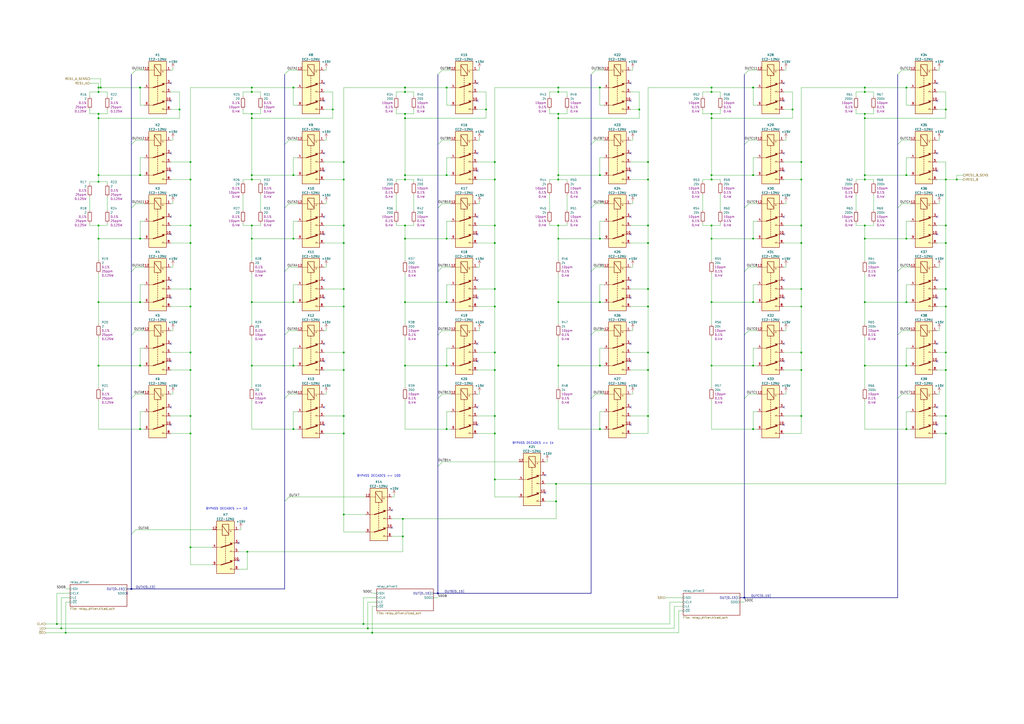
<source format=kicad_sch>
(kicad_sch (version 20250114) (generator "eeschema") (generator_version "9.0")
  (paper "A2")
  (title_block (title "Progammable Precision Resistor") (company "Sebastian Harnisch"))
  (text "BYPASS DECADES >= 1k" (at 297.18 257.81 0) (effects (font (size 1.27 1.27)) (justify left bottom)))
  (text "BYPASS DECADES >= 100" (at 207.01 276.86 0) (effects (font (size 1.27 1.27)) (justify left bottom)))
  (text "BYPASS DECADES >= 10" (at 119.38 295.91 0) (effects (font (size 1.27 1.27)) (justify left bottom)))
  (junction (at 199.39 167.64))
  (junction (at 259.08 138.43))
  (junction (at 464.82 167.64))
  (junction (at 234.95 68.58))
  (junction (at 110.49 104.14))
  (junction (at 548.64 177.8))
  (junction (at 436.88 101.6))
  (junction (at 548.64 251.46))
  (junction (at 347.98 248.92))
  (junction (at 143.51 320.04))
  (junction (at 110.49 251.46))
  (junction (at 199.39 104.14))
  (junction (at 170.18 248.92))
  (junction (at 347.98 50.8))
  (junction (at 347.98 212.09))
  (junction (at 322.58 290.83))
  (junction (at 193.04 63.5))
  (junction (at 323.85 130.81))
  (junction (at 554.99 104.14))
  (junction (at 104.14 63.5))
  (junction (at 57.15 68.58))
  (junction (at 323.85 138.43))
  (junction (at 347.98 138.43))
  (junction (at 464.82 130.81))
  (junction (at 501.65 66.04))
  (junction (at 57.15 130.81))
  (junction (at 548.64 104.14))
  (junction (at 287.02 251.46))
  (junction (at 81.28 101.6))
  (junction (at 146.05 138.43))
  (junction (at 323.85 104.14))
  (junction (at 234.95 212.09))
  (junction (at 323.85 66.04))
  (junction (at 501.65 50.8))
  (junction (at 110.49 93.98))
  (junction (at 234.95 104.14))
  (junction (at 501.65 138.43))
  (junction (at 501.65 212.09))
  (junction (at 459.74 63.5))
  (junction (at 57.15 50.8))
  (junction (at 259.08 50.8))
  (junction (at 412.75 68.58))
  (junction (at 81.28 212.09))
  (junction (at 57.15 53.34))
  (junction (at 57.15 105.41))
  (junction (at 110.49 140.97))
  (junction (at 213.36 364.49))
  (junction (at 234.95 50.8))
  (junction (at 254 344.17))
  (junction (at 375.92 204.47))
  (junction (at 375.92 167.64))
  (junction (at 259.08 175.26))
  (junction (at 287.02 167.64))
  (junction (at 110.49 204.47))
  (junction (at 199.39 251.46))
  (junction (at 464.82 204.47))
  (junction (at 81.28 248.92))
  (junction (at 287.02 214.63))
  (junction (at 548.64 214.63))
  (junction (at 464.82 104.14))
  (junction (at 38.1 367.03))
  (junction (at 370.84 63.5))
  (junction (at 170.18 175.26))
  (junction (at 436.88 175.26))
  (junction (at 412.75 175.26))
  (junction (at 347.98 101.6))
  (junction (at 57.15 101.6))
  (junction (at 464.82 214.63))
  (junction (at 110.49 130.81))
  (junction (at 287.02 278.13))
  (junction (at 199.39 204.47))
  (junction (at 287.02 177.8))
  (junction (at 234.95 53.34))
  (junction (at 501.65 175.26))
  (junction (at 323.85 101.6))
  (junction (at 35.56 364.49))
  (junction (at 170.18 101.6))
  (junction (at 199.39 214.63))
  (junction (at 146.05 104.14))
  (junction (at 412.75 101.6))
  (junction (at 33.02 361.95))
  (junction (at 57.15 66.04))
  (junction (at 375.92 130.81))
  (junction (at 412.75 212.09))
  (junction (at 412.75 50.8))
  (junction (at 281.94 63.5))
  (junction (at 146.05 101.6))
  (junction (at 199.39 130.81))
  (junction (at 146.05 53.34))
  (junction (at 525.78 248.92))
  (junction (at 323.85 175.26))
  (junction (at 548.64 140.97))
  (junction (at 548.64 204.47))
  (junction (at 81.28 175.26))
  (junction (at 412.75 130.81))
  (junction (at 375.92 241.3))
  (junction (at 110.49 167.64))
  (junction (at 146.05 66.04))
  (junction (at 146.05 50.8))
  (junction (at 234.95 138.43))
  (junction (at 436.88 212.09))
  (junction (at 110.49 317.5))
  (junction (at 170.18 138.43))
  (junction (at 287.02 104.14))
  (junction (at 501.65 130.81))
  (junction (at 199.39 140.97))
  (junction (at 525.78 138.43))
  (junction (at 412.75 53.34))
  (junction (at 548.64 130.81))
  (junction (at 199.39 177.8))
  (junction (at 375.92 104.14))
  (junction (at 110.49 177.8))
  (junction (at 464.82 177.8))
  (junction (at 501.65 53.34))
  (junction (at 431.8 346.71))
  (junction (at 233.68 311.15))
  (junction (at 259.08 101.6))
  (junction (at 110.49 241.3))
  (junction (at 501.65 101.6))
  (junction (at 464.82 241.3))
  (junction (at 436.88 50.8))
  (junction (at 57.15 175.26))
  (junction (at 210.82 361.95))
  (junction (at 548.64 63.5))
  (junction (at 436.88 248.92))
  (junction (at 58.42 50.8))
  (junction (at 323.85 212.09))
  (junction (at 57.15 212.09))
  (junction (at 375.92 177.8))
  (junction (at 375.92 214.63))
  (junction (at 259.08 212.09))
  (junction (at 199.39 298.45))
  (junction (at 412.75 104.14))
  (junction (at 146.05 68.58))
  (junction (at 234.95 101.6))
  (junction (at 412.75 138.43))
  (junction (at 110.49 214.63))
  (junction (at 234.95 130.81))
  (junction (at 501.65 68.58))
  (junction (at 170.18 50.8))
  (junction (at 501.65 104.14))
  (junction (at 57.15 138.43))
  (junction (at 412.75 66.04))
  (junction (at 76.2 341.63))
  (junction (at 548.64 241.3))
  (junction (at 146.05 130.81))
  (junction (at 170.18 212.09))
  (junction (at 287.02 204.47))
  (junction (at 464.82 140.97))
  (junction (at 146.05 212.09))
  (junction (at 375.92 140.97))
  (junction (at 287.02 93.98))
  (junction (at 322.58 280.67))
  (junction (at 323.85 68.58))
  (junction (at 259.08 248.92))
  (junction (at 234.95 66.04))
  (junction (at 215.9 367.03))
  (junction (at 323.85 53.34))
  (junction (at 234.95 175.26))
  (junction (at 199.39 241.3))
  (junction (at 525.78 212.09))
  (junction (at 464.82 93.98))
  (junction (at 347.98 175.26))
  (junction (at 81.28 138.43))
  (junction (at 287.02 130.81))
  (junction (at 146.05 175.26))
  (junction (at 375.92 93.98))
  (junction (at 287.02 241.3))
  (junction (at 525.78 175.26))
  (junction (at 436.88 138.43))
  (junction (at 525.78 101.6))
  (junction (at 233.68 300.99))
  (junction (at 323.85 50.8))
  (junction (at 199.39 93.98))
  (junction (at 287.02 140.97))
  (junction (at 548.64 167.64))
  (junction (at 81.28 50.8))
  (junction (at 525.78 50.8))
  (no_connect (at 276.86 125.73))
  (no_connect (at 276.86 172.72))
  (no_connect (at 276.86 135.89))
  (no_connect (at 276.86 162.56))
  (no_connect (at 276.86 58.42))
  (no_connect (at 276.86 88.9))
  (no_connect (at 276.86 99.06))
  (no_connect (at 276.86 48.26))
  (no_connect (at 187.96 58.42))
  (no_connect (at 187.96 48.26))
  (no_connect (at 187.96 135.89))
  (no_connect (at 187.96 99.06))
  (no_connect (at 187.96 125.73))
  (no_connect (at 187.96 88.9))
  (no_connect (at 138.43 325.12))
  (no_connect (at 138.43 314.96))
  (no_connect (at 99.06 246.38))
  (no_connect (at 99.06 236.22))
  (no_connect (at 99.06 199.39))
  (no_connect (at 99.06 209.55))
  (no_connect (at 99.06 58.42))
  (no_connect (at 99.06 48.26))
  (no_connect (at 99.06 172.72))
  (no_connect (at 99.06 162.56))
  (no_connect (at 99.06 135.89))
  (no_connect (at 99.06 125.73))
  (no_connect (at 99.06 88.9))
  (no_connect (at 99.06 99.06))
  (no_connect (at 187.96 162.56))
  (no_connect (at 187.96 172.72))
  (no_connect (at 276.86 236.22))
  (no_connect (at 276.86 246.38))
  (no_connect (at 276.86 199.39))
  (no_connect (at 276.86 209.55))
  (no_connect (at 227.33 295.91))
  (no_connect (at 227.33 306.07))
  (no_connect (at 187.96 199.39))
  (no_connect (at 187.96 209.55))
  (no_connect (at 187.96 246.38))
  (no_connect (at 187.96 236.22))
  (no_connect (at 73.66 344.17))
  (no_connect (at 365.76 162.56))
  (no_connect (at 365.76 172.72))
  (no_connect (at 543.56 48.26))
  (no_connect (at 543.56 58.42))
  (no_connect (at 543.56 135.89))
  (no_connect (at 543.56 162.56))
  (no_connect (at 543.56 172.72))
  (no_connect (at 543.56 199.39))
  (no_connect (at 454.66 172.72))
  (no_connect (at 454.66 162.56))
  (no_connect (at 454.66 199.39))
  (no_connect (at 543.56 99.06))
  (no_connect (at 543.56 125.73))
  (no_connect (at 543.56 88.9))
  (no_connect (at 365.76 58.42))
  (no_connect (at 365.76 48.26))
  (no_connect (at 365.76 135.89))
  (no_connect (at 365.76 99.06))
  (no_connect (at 365.76 88.9))
  (no_connect (at 365.76 125.73))
  (no_connect (at 454.66 88.9))
  (no_connect (at 454.66 99.06))
  (no_connect (at 454.66 48.26))
  (no_connect (at 454.66 58.42))
  (no_connect (at 454.66 125.73))
  (no_connect (at 454.66 135.89))
  (no_connect (at 454.66 209.55))
  (no_connect (at 365.76 236.22))
  (no_connect (at 454.66 236.22))
  (no_connect (at 365.76 199.39))
  (no_connect (at 365.76 209.55))
  (no_connect (at 543.56 209.55))
  (no_connect (at 543.56 236.22))
  (no_connect (at 454.66 246.38))
  (no_connect (at 543.56 246.38))
  (no_connect (at 365.76 246.38))
  (no_connect (at 316.23 275.59))
  (no_connect (at 316.23 285.75))
  (bus_entry (at 342.9 231.14) (size 2.54 -2.54))
  (bus_entry (at 254 194.31) (size 2.54 -2.54))
  (bus_entry (at 76.2 231.14) (size 2.54 -2.54))
  (bus_entry (at 520.7 83.82) (size 2.54 -2.54))
  (bus_entry (at 520.7 231.14) (size 2.54 -2.54))
  (bus_entry (at 520.7 43.18) (size 2.54 -2.54))
  (bus_entry (at 76.2 120.65) (size 2.54 -2.54))
  (bus_entry (at 254 120.65) (size 2.54 -2.54))
  (bus_entry (at 76.2 309.88) (size 2.54 -2.54))
  (bus_entry (at 342.9 194.31) (size 2.54 -2.54))
  (bus_entry (at 431.8 194.31) (size 2.54 -2.54))
  (bus_entry (at 165.1 157.48) (size 2.54 -2.54))
  (bus_entry (at 431.8 157.48) (size 2.54 -2.54))
  (bus_entry (at 342.9 83.82) (size 2.54 -2.54))
  (bus_entry (at 254 270.51) (size 2.54 -2.54))
  (bus_entry (at 165.1 194.31) (size 2.54 -2.54))
  (bus_entry (at 165.1 231.14) (size 2.54 -2.54))
  (bus_entry (at 342.9 43.18) (size 2.54 -2.54))
  (bus_entry (at 520.7 120.65) (size 2.54 -2.54))
  (bus_entry (at 431.8 43.18) (size 2.54 -2.54))
  (bus_entry (at 165.1 83.82) (size 2.54 -2.54))
  (bus_entry (at 431.8 231.14) (size 2.54 -2.54))
  (bus_entry (at 431.8 120.65) (size 2.54 -2.54))
  (bus_entry (at 254 43.18) (size 2.54 -2.54))
  (bus_entry (at 254 231.14) (size 2.54 -2.54))
  (bus_entry (at 431.8 83.82) (size 2.54 -2.54))
  (bus_entry (at 165.1 43.18) (size 2.54 -2.54))
  (bus_entry (at 76.2 43.18) (size 2.54 -2.54))
  (bus_entry (at 76.2 83.82) (size 2.54 -2.54))
  (bus_entry (at 76.2 194.31) (size 2.54 -2.54))
  (bus_entry (at 342.9 157.48) (size 2.54 -2.54))
  (bus_entry (at 520.7 194.31) (size 2.54 -2.54))
  (bus_entry (at 165.1 120.65) (size 2.54 -2.54))
  (bus_entry (at 165.1 290.83) (size 2.54 -2.54))
  (bus_entry (at 520.7 157.48) (size 2.54 -2.54))
  (bus_entry (at 254 83.82) (size 2.54 -2.54))
  (bus_entry (at 342.9 120.65) (size 2.54 -2.54))
  (bus_entry (at 76.2 157.48) (size 2.54 -2.54))
  (bus_entry (at 254 157.48) (size 2.54 -2.54))
  (wire (pts (xy 100.33 191.77) (xy 100.33 190.5)))
  (wire (pts (xy 78.74 81.28) (xy 83.82 81.28)))
  (wire (pts (xy 439.42 91.44) (xy 436.88 91.44)))
  (wire (pts (xy 57.15 212.09) (xy 81.28 212.09)))
  (wire (pts (xy 52.07 55.88) (xy 52.07 53.34)))
  (wire (pts (xy 57.15 232.41) (xy 57.15 248.92)))
  (wire (pts (xy 146.05 104.14) (xy 151.13 104.14)))
  (wire (pts (xy 140.97 66.04) (xy 146.05 66.04)))
  (wire (pts (xy 375.92 104.14) (xy 375.92 130.81)))
  (wire (pts (xy 234.95 68.58) (xy 234.95 101.6)))
  (wire (pts (xy 501.65 130.81) (xy 501.65 138.43)))
  (wire (pts (xy 240.03 66.04) (xy 234.95 66.04)))
  (wire (pts (xy 347.98 238.76) (xy 347.98 248.92)))
  (wire (pts (xy 548.64 214.63) (xy 548.64 241.3)))
  (wire (pts (xy 199.39 167.64) (xy 187.96 167.64)))
  (wire (pts (xy 57.15 175.26) (xy 81.28 175.26)))
  (wire (pts (xy 375.92 204.47) (xy 365.76 204.47)))
  (wire (pts (xy 412.75 212.09) (xy 436.88 212.09)))
  (wire (pts (xy 199.39 140.97) (xy 199.39 167.64)))
  (wire (pts (xy 234.95 138.43) (xy 259.08 138.43)))
  (wire (pts (xy 412.75 175.26) (xy 412.75 187.96)))
  (wire (pts (xy 501.65 212.09) (xy 501.65 224.79)))
  (wire (pts (xy 459.74 63.5) (xy 459.74 68.58)))
  (wire (pts (xy 40.64 349.25) (xy 38.1 349.25)))
  (wire (pts (xy 328.93 63.5) (xy 328.93 66.04)))
  (wire (pts (xy 318.77 105.41) (xy 318.77 104.14)))
  (wire (pts (xy 99.06 81.28) (xy 100.33 81.28)))
  (wire (pts (xy 234.95 66.04) (xy 234.95 68.58)))
  (wire (pts (xy 543.56 130.81) (xy 548.64 130.81)))
  (wire (pts (xy 345.44 191.77) (xy 350.52 191.77)))
  (bus (pts (xy 165.1 290.83) (xy 165.1 341.63)))
  (wire (pts (xy 350.52 128.27) (xy 347.98 128.27)))
  (wire (pts (xy 57.15 48.26) (xy 57.15 50.8)))
  (wire (pts (xy 261.62 238.76) (xy 259.08 238.76)))
  (wire (pts (xy 110.49 241.3) (xy 99.06 241.3)))
  (wire (pts (xy 375.92 167.64) (xy 365.76 167.64)))
  (wire (pts (xy 506.73 53.34) (xy 501.65 53.34)))
  (wire (pts (xy 454.66 191.77) (xy 455.93 191.77)))
  (wire (pts (xy 454.66 118.11) (xy 455.93 118.11)))
  (bus (pts (xy 254 157.48) (xy 254 194.31)))
  (wire (pts (xy 287.02 167.64) (xy 287.02 177.8)))
  (wire (pts (xy 345.44 40.64) (xy 350.52 40.64)))
  (wire (pts (xy 501.65 50.8) (xy 501.65 53.34)))
  (wire (pts (xy 367.03 118.11) (xy 367.03 116.84)))
  (wire (pts (xy 234.95 130.81) (xy 240.03 130.81)))
  (wire (pts (xy 439.42 50.8) (xy 436.88 50.8)))
  (wire (pts (xy 328.93 121.92) (xy 328.93 113.03)))
  (wire (pts (xy 407.67 55.88) (xy 407.67 53.34)))
  (wire (pts (xy 434.34 228.6) (xy 439.42 228.6)))
  (wire (pts (xy 543.56 81.28) (xy 544.83 81.28)))
  (wire (pts (xy 52.07 48.26) (xy 57.15 48.26)))
  (bus (pts (xy 165.1 157.48) (xy 165.1 194.31)))
  (wire (pts (xy 370.84 63.5) (xy 370.84 68.58)))
  (wire (pts (xy 259.08 238.76) (xy 259.08 248.92)))
  (wire (pts (xy 323.85 158.75) (xy 323.85 175.26)))
  (wire (pts (xy 407.67 63.5) (xy 407.67 66.04)))
  (wire (pts (xy 501.65 138.43) (xy 525.78 138.43)))
  (wire (pts (xy 57.15 130.81) (xy 57.15 138.43)))
  (wire (pts (xy 62.23 66.04) (xy 57.15 66.04)))
  (wire (pts (xy 525.78 128.27) (xy 525.78 138.43)))
  (wire (pts (xy 83.82 238.76) (xy 81.28 238.76)))
  (bus (pts (xy 520.7 120.65) (xy 520.7 157.48)))
  (wire (pts (xy 412.75 68.58) (xy 412.75 101.6)))
  (wire (pts (xy 455.93 191.77) (xy 455.93 190.5)))
  (wire (pts (xy 261.62 91.44) (xy 259.08 91.44)))
  (wire (pts (xy 375.92 50.8) (xy 412.75 50.8)))
  (wire (pts (xy 143.51 320.04) (xy 143.51 330.2)))
  (wire (pts (xy 548.64 177.8) (xy 548.64 204.47)))
  (wire (pts (xy 110.49 130.81) (xy 110.49 140.97)))
  (wire (pts (xy 417.83 104.14) (xy 417.83 105.41)))
  (wire (pts (xy 199.39 177.8) (xy 199.39 204.47)))
  (wire (pts (xy 276.86 140.97) (xy 287.02 140.97)))
  (wire (pts (xy 528.32 201.93) (xy 525.78 201.93)))
  (wire (pts (xy 548.64 204.47) (xy 543.56 204.47)))
  (wire (pts (xy 99.06 154.94) (xy 100.33 154.94)))
  (wire (pts (xy 350.52 238.76) (xy 347.98 238.76)))
  (wire (pts (xy 323.85 175.26) (xy 323.85 187.96)))
  (wire (pts (xy 436.88 165.1) (xy 436.88 175.26)))
  (wire (pts (xy 501.65 158.75) (xy 501.65 175.26)))
  (wire (pts (xy 436.88 50.8) (xy 436.88 60.96)))
  (wire (pts (xy 528.32 91.44) (xy 525.78 91.44)))
  (wire (pts (xy 501.65 50.8) (xy 525.78 50.8)))
  (wire (pts (xy 170.18 212.09) (xy 172.72 212.09)))
  (wire (pts (xy 229.87 104.14) (xy 234.95 104.14)))
  (wire (pts (xy 375.92 50.8) (xy 375.92 93.98)))
  (wire (pts (xy 81.28 238.76) (xy 81.28 248.92)))
  (wire (pts (xy 215.9 351.79) (xy 215.9 367.03)))
  (wire (pts (xy 287.02 93.98) (xy 276.86 93.98)))
  (wire (pts (xy 464.82 93.98) (xy 464.82 50.8)))
  (wire (pts (xy 189.23 191.77) (xy 189.23 190.5)))
  (wire (pts (xy 436.88 101.6) (xy 439.42 101.6)))
  (bus (pts (xy 254 43.18) (xy 254 83.82)))
  (wire (pts (xy 323.85 175.26) (xy 347.98 175.26)))
  (wire (pts (xy 167.64 228.6) (xy 172.72 228.6)))
  (wire (pts (xy 146.05 68.58) (xy 193.04 68.58)))
  (wire (pts (xy 57.15 195.58) (xy 57.15 212.09)))
  (wire (pts (xy 287.02 204.47) (xy 276.86 204.47)))
  (wire (pts (xy 146.05 195.58) (xy 146.05 212.09)))
  (wire (pts (xy 287.02 50.8) (xy 323.85 50.8)))
  (bus (pts (xy 254 83.82) (xy 254 120.65)))
  (wire (pts (xy 412.75 130.81) (xy 417.83 130.81)))
  (wire (pts (xy 233.68 320.04) (xy 233.68 311.15)))
  (wire (pts (xy 187.96 154.94) (xy 189.23 154.94)))
  (wire (pts (xy 146.05 138.43) (xy 170.18 138.43)))
  (wire (pts (xy 407.67 105.41) (xy 407.67 104.14)))
  (bus (pts (xy 165.1 231.14) (xy 165.1 290.83)))
  (wire (pts (xy 323.85 101.6) (xy 347.98 101.6)))
  (wire (pts (xy 367.03 191.77) (xy 367.03 190.5)))
  (wire (pts (xy 110.49 317.5) (xy 110.49 327.66)))
  (wire (pts (xy 525.78 50.8) (xy 525.78 60.96)))
  (wire (pts (xy 412.75 101.6) (xy 412.75 104.14)))
  (wire (pts (xy 525.78 165.1) (xy 525.78 175.26)))
  (wire (pts (xy 229.87 121.92) (xy 229.87 113.03)))
  (wire (pts (xy 506.73 104.14) (xy 506.73 105.41)))
  (wire (pts (xy 199.39 214.63) (xy 199.39 241.3)))
  (wire (pts (xy 172.72 238.76) (xy 170.18 238.76)))
  (wire (pts (xy 496.57 104.14) (xy 501.65 104.14)))
  (wire (pts (xy 365.76 104.14) (xy 375.92 104.14)))
  (wire (pts (xy 100.33 118.11) (xy 100.33 116.84)))
  (wire (pts (xy 138.43 307.34) (xy 139.7 307.34)))
  (wire (pts (xy 110.49 93.98) (xy 110.49 104.14)))
  (wire (pts (xy 187.96 191.77) (xy 189.23 191.77)))
  (wire (pts (xy 396.24 349.25) (xy 388.62 349.25)))
  (wire (pts (xy 434.34 154.94) (xy 439.42 154.94)))
  (wire (pts (xy 140.97 55.88) (xy 140.97 53.34)))
  (wire (pts (xy 78.74 191.77) (xy 83.82 191.77)))
  (wire (pts (xy 407.67 121.92) (xy 407.67 113.03)))
  (wire (pts (xy 370.84 53.34) (xy 370.84 63.5)))
  (wire (pts (xy 434.34 118.11) (xy 439.42 118.11)))
  (wire (pts (xy 62.23 63.5) (xy 62.23 66.04)))
  (wire (pts (xy 146.05 53.34) (xy 140.97 53.34)))
  (wire (pts (xy 259.08 175.26) (xy 261.62 175.26)))
  (wire (pts (xy 78.74 307.34) (xy 123.19 307.34)))
  (wire (pts (xy 81.28 201.93) (xy 81.28 212.09)))
  (wire (pts (xy 318.77 121.92) (xy 318.77 113.03)))
  (wire (pts (xy 548.64 104.14) (xy 554.99 104.14)))
  (wire (pts (xy 439.42 201.93) (xy 436.88 201.93)))
  (wire (pts (xy 525.78 60.96) (xy 528.32 60.96)))
  (wire (pts (xy 52.07 130.81) (xy 57.15 130.81)))
  (wire (pts (xy 81.28 175.26) (xy 83.82 175.26)))
  (wire (pts (xy 554.99 104.14) (xy 558.8 104.14)))
  (wire (pts (xy 412.75 66.04) (xy 412.75 68.58)))
  (wire (pts (xy 501.65 68.58) (xy 548.64 68.58)))
  (wire (pts (xy 52.07 106.68) (xy 52.07 105.41)))
  (wire (pts (xy 100.33 154.94) (xy 100.33 153.67)))
  (wire (pts (xy 199.39 93.98) (xy 187.96 93.98)))
  (wire (pts (xy 525.78 201.93) (xy 525.78 212.09)))
  (wire (pts (xy 436.88 138.43) (xy 439.42 138.43)))
  (wire (pts (xy 240.03 121.92) (xy 240.03 113.03)))
  (wire (pts (xy 187.96 53.34) (xy 193.04 53.34)))
  (wire (pts (xy 323.85 212.09) (xy 323.85 224.79)))
  (bus (pts (xy 254 344.17) (xy 342.9 344.17)))
  (wire (pts (xy 52.07 129.54) (xy 52.07 130.81)))
  (wire (pts (xy 436.88 175.26) (xy 439.42 175.26)))
  (wire (pts (xy 323.85 130.81) (xy 328.93 130.81)))
  (wire (pts (xy 199.39 50.8) (xy 234.95 50.8)))
  (wire (pts (xy 506.73 66.04) (xy 501.65 66.04)))
  (wire (pts (xy 365.76 191.77) (xy 367.03 191.77)))
  (wire (pts (xy 256.54 81.28) (xy 261.62 81.28)))
  (wire (pts (xy 455.93 154.94) (xy 455.93 153.67)))
  (wire (pts (xy 167.64 81.28) (xy 172.72 81.28)))
  (wire (pts (xy 501.65 66.04) (xy 501.65 68.58)))
  (wire (pts (xy 439.42 165.1) (xy 436.88 165.1)))
  (wire (pts (xy 347.98 212.09) (xy 350.52 212.09)))
  (wire (pts (xy 501.65 248.92) (xy 525.78 248.92)))
  (wire (pts (xy 393.7 354.33) (xy 393.7 367.03)))
  (wire (pts (xy 57.15 53.34) (xy 52.07 53.34)))
  (bus (pts (xy 342.9 194.31) (xy 342.9 231.14)))
  (wire (pts (xy 151.13 63.5) (xy 151.13 66.04)))
  (wire (pts (xy 317.5 267.97) (xy 317.5 266.7)))
  (wire (pts (xy 278.13 154.94) (xy 278.13 153.67)))
  (wire (pts (xy 543.56 118.11) (xy 544.83 118.11)))
  (wire (pts (xy 464.82 130.81) (xy 464.82 104.14)))
  (wire (pts (xy 167.64 191.77) (xy 172.72 191.77)))
  (wire (pts (xy 417.83 129.54) (xy 417.83 130.81)))
  (wire (pts (xy 412.75 130.81) (xy 412.75 138.43)))
  (wire (pts (xy 259.08 248.92) (xy 261.62 248.92)))
  (wire (pts (xy 496.57 129.54) (xy 496.57 130.81)))
  (wire (pts (xy 454.66 140.97) (xy 464.82 140.97)))
  (bus (pts (xy 76.2 120.65) (xy 76.2 157.48)))
  (wire (pts (xy 62.23 55.88) (xy 62.23 53.34)))
  (wire (pts (xy 140.97 63.5) (xy 140.97 66.04)))
  (wire (pts (xy 548.64 204.47) (xy 548.64 214.63)))
  (wire (pts (xy 234.95 248.92) (xy 259.08 248.92)))
  (wire (pts (xy 229.87 63.5) (xy 229.87 66.04)))
  (wire (pts (xy 454.66 81.28) (xy 455.93 81.28)))
  (bus (pts (xy 254 270.51) (xy 254 344.17)))
  (wire (pts (xy 506.73 129.54) (xy 506.73 130.81)))
  (wire (pts (xy 240.03 55.88) (xy 240.03 53.34)))
  (wire (pts (xy 464.82 204.47) (xy 464.82 214.63)))
  (wire (pts (xy 548.64 93.98) (xy 543.56 93.98)))
  (wire (pts (xy 548.64 104.14) (xy 548.64 93.98)))
  (wire (pts (xy 199.39 93.98) (xy 199.39 50.8)))
  (wire (pts (xy 464.82 167.64) (xy 464.82 177.8)))
  (wire (pts (xy 412.75 101.6) (xy 436.88 101.6)))
  (bus (pts (xy 165.1 120.65) (xy 165.1 157.48)))
  (wire (pts (xy 167.64 154.94) (xy 172.72 154.94)))
  (wire (pts (xy 464.82 241.3) (xy 454.66 241.3)))
  (wire (pts (xy 544.83 118.11) (xy 544.83 116.84)))
  (wire (pts (xy 501.65 195.58) (xy 501.65 212.09)))
  (bus (pts (xy 429.26 346.71) (xy 431.8 346.71)))
  (wire (pts (xy 417.83 66.04) (xy 412.75 66.04)))
  (wire (pts (xy 523.24 154.94) (xy 528.32 154.94)))
  (wire (pts (xy 57.15 175.26) (xy 57.15 187.96)))
  (wire (pts (xy 436.88 248.92) (xy 439.42 248.92)))
  (wire (pts (xy 57.15 101.6) (xy 57.15 105.41)))
  (wire (pts (xy 218.44 344.17) (xy 215.9 344.17)))
  (wire (pts (xy 300.99 288.29) (xy 287.02 288.29)))
  (wire (pts (xy 506.73 55.88) (xy 506.73 53.34)))
  (wire (pts (xy 454.66 228.6) (xy 455.93 228.6)))
  (wire (pts (xy 57.15 212.09) (xy 57.15 224.79)))
  (wire (pts (xy 436.88 91.44) (xy 436.88 101.6)))
  (wire (pts (xy 167.64 40.64) (xy 172.72 40.64)))
  (wire (pts (xy 234.95 130.81) (xy 234.95 138.43)))
  (wire (pts (xy 412.75 138.43) (xy 412.75 151.13)))
  (wire (pts (xy 81.28 128.27) (xy 81.28 138.43)))
  (wire (pts (xy 170.18 248.92) (xy 172.72 248.92)))
  (wire (pts (xy 229.87 130.81) (xy 234.95 130.81)))
  (bus (pts (xy 73.66 341.63) (xy 76.2 341.63)))
  (wire (pts (xy 365.76 130.81) (xy 375.92 130.81)))
  (wire (pts (xy 278.13 191.77) (xy 278.13 190.5)))
  (bus (pts (xy 431.8 157.48) (xy 431.8 194.31)))
  (wire (pts (xy 323.85 104.14) (xy 328.93 104.14)))
  (wire (pts (xy 501.65 101.6) (xy 525.78 101.6)))
  (wire (pts (xy 218.44 351.79) (xy 215.9 351.79)))
  (wire (pts (xy 261.62 201.93) (xy 259.08 201.93)))
  (wire (pts (xy 167.64 118.11) (xy 172.72 118.11)))
  (wire (pts (xy 234.95 232.41) (xy 234.95 248.92)))
  (wire (pts (xy 57.15 68.58) (xy 57.15 101.6)))
  (bus (pts (xy 76.2 157.48) (xy 76.2 194.31)))
  (wire (pts (xy 104.14 53.34) (xy 104.14 63.5)))
  (wire (pts (xy 170.18 128.27) (xy 170.18 138.43)))
  (wire (pts (xy 172.72 201.93) (xy 170.18 201.93)))
  (wire (pts (xy 543.56 40.64) (xy 544.83 40.64)))
  (wire (pts (xy 412.75 50.8) (xy 436.88 50.8)))
  (wire (pts (xy 99.06 130.81) (xy 110.49 130.81)))
  (wire (pts (xy 259.08 138.43) (xy 261.62 138.43)))
  (wire (pts (xy 81.28 101.6) (xy 83.82 101.6)))
  (wire (pts (xy 123.19 327.66) (xy 110.49 327.66)))
  (wire (pts (xy 365.76 118.11) (xy 367.03 118.11)))
  (wire (pts (xy 528.32 165.1) (xy 525.78 165.1)))
  (wire (pts (xy 110.49 251.46) (xy 110.49 241.3)))
  (bus (pts (xy 76.2 341.63) (xy 165.1 341.63)))
  (wire (pts (xy 464.82 93.98) (xy 454.66 93.98)))
  (wire (pts (xy 523.24 118.11) (xy 528.32 118.11)))
  (wire (pts (xy 170.18 165.1) (xy 170.18 175.26)))
  (bus (pts (xy 342.9 157.48) (xy 342.9 194.31)))
  (wire (pts (xy 110.49 214.63) (xy 110.49 241.3)))
  (wire (pts (xy 548.64 63.5) (xy 548.64 68.58)))
  (wire (pts (xy 464.82 104.14) (xy 464.82 93.98)))
  (wire (pts (xy 375.92 241.3) (xy 375.92 251.46)))
  (wire (pts (xy 233.68 311.15) (xy 233.68 300.99)))
  (wire (pts (xy 375.92 130.81) (xy 375.92 140.97)))
  (wire (pts (xy 436.88 212.09) (xy 439.42 212.09)))
  (wire (pts (xy 110.49 204.47) (xy 99.06 204.47)))
  (wire (pts (xy 525.78 91.44) (xy 525.78 101.6)))
  (wire (pts (xy 146.05 175.26) (xy 170.18 175.26)))
  (wire (pts (xy 464.82 177.8) (xy 464.82 204.47)))
  (wire (pts (xy 501.65 53.34) (xy 496.57 53.34)))
  (wire (pts (xy 276.86 214.63) (xy 287.02 214.63)))
  (wire (pts (xy 278.13 81.28) (xy 278.13 80.01)))
  (wire (pts (xy 525.78 248.92) (xy 528.32 248.92)))
  (wire (pts (xy 412.75 195.58) (xy 412.75 212.09)))
  (wire (pts (xy 81.28 138.43) (xy 83.82 138.43)))
  (wire (pts (xy 170.18 91.44) (xy 170.18 101.6)))
  (wire (pts (xy 412.75 248.92) (xy 436.88 248.92)))
  (bus (pts (xy 431.8 346.71) (xy 520.7 346.71)))
  (wire (pts (xy 189.23 81.28) (xy 189.23 80.01)))
  (wire (pts (xy 261.62 128.27) (xy 259.08 128.27)))
  (wire (pts (xy 199.39 241.3) (xy 199.39 251.46)))
  (wire (pts (xy 496.57 55.88) (xy 496.57 53.34)))
  (wire (pts (xy 464.82 204.47) (xy 454.66 204.47)))
  (wire (pts (xy 234.95 50.8) (xy 259.08 50.8)))
  (wire (pts (xy 407.67 130.81) (xy 412.75 130.81)))
  (wire (pts (xy 187.96 81.28) (xy 189.23 81.28)))
  (wire (pts (xy 454.66 130.81) (xy 464.82 130.81)))
  (wire (pts (xy 276.86 154.94) (xy 278.13 154.94)))
  (bus (pts (xy 76.2 231.14) (xy 76.2 309.88)))
  (wire (pts (xy 234.95 175.26) (xy 234.95 187.96)))
  (wire (pts (xy 367.03 40.64) (xy 367.03 39.37)))
  (wire (pts (xy 412.75 232.41) (xy 412.75 248.92)))
  (wire (pts (xy 323.85 248.92) (xy 347.98 248.92)))
  (wire (pts (xy 227.33 300.99) (xy 233.68 300.99)))
  (wire (pts (xy 259.08 165.1) (xy 259.08 175.26)))
  (wire (pts (xy 40.64 346.71) (xy 35.56 346.71)))
  (wire (pts (xy 276.86 191.77) (xy 278.13 191.77)))
  (wire (pts (xy 167.64 288.29) (xy 212.09 288.29)))
  (wire (pts (xy 454.66 214.63) (xy 464.82 214.63)))
  (wire (pts (xy 501.65 104.14) (xy 506.73 104.14)))
  (wire (pts (xy 501.65 130.81) (xy 506.73 130.81)))
  (wire (pts (xy 251.46 346.71) (xy 254 346.71)))
  (wire (pts (xy 543.56 228.6) (xy 544.83 228.6)))
  (wire (pts (xy 464.82 241.3) (xy 464.82 251.46)))
  (bus (pts (xy 520.7 194.31) (xy 520.7 231.14)))
  (wire (pts (xy 212.09 308.61) (xy 199.39 308.61)))
  (wire (pts (xy 240.03 129.54) (xy 240.03 130.81)))
  (wire (pts (xy 35.56 346.71) (xy 35.56 364.49)))
  (wire (pts (xy 412.75 68.58) (xy 459.74 68.58)))
  (wire (pts (xy 123.19 317.5) (xy 110.49 317.5)))
  (wire (pts (xy 100.33 81.28) (xy 100.33 80.01)))
  (wire (pts (xy 276.86 130.81) (xy 287.02 130.81)))
  (wire (pts (xy 454.66 40.64) (xy 455.93 40.64)))
  (wire (pts (xy 213.36 364.49) (xy 391.16 364.49)))
  (wire (pts (xy 347.98 165.1) (xy 347.98 175.26)))
  (wire (pts (xy 554.99 101.6) (xy 558.8 101.6)))
  (wire (pts (xy 170.18 138.43) (xy 172.72 138.43)))
  (wire (pts (xy 189.23 154.94) (xy 189.23 153.67)))
  (wire (pts (xy 199.39 104.14) (xy 199.39 130.81)))
  (wire (pts (xy 57.15 158.75) (xy 57.15 175.26)))
  (wire (pts (xy 417.83 53.34) (xy 412.75 53.34)))
  (wire (pts (xy 151.13 66.04) (xy 146.05 66.04)))
  (wire (pts (xy 501.65 212.09) (xy 525.78 212.09)))
  (wire (pts (xy 81.28 60.96) (xy 83.82 60.96)))
  (wire (pts (xy 58.42 45.72) (xy 58.42 50.8)))
  (wire (pts (xy 187.96 104.14) (xy 199.39 104.14)))
  (wire (pts (xy 78.74 40.64) (xy 83.82 40.64)))
  (wire (pts (xy 261.62 50.8) (xy 259.08 50.8)))
  (wire (pts (xy 436.88 201.93) (xy 436.88 212.09)))
  (wire (pts (xy 57.15 50.8) (xy 58.42 50.8)))
  (wire (pts (xy 256.54 154.94) (xy 261.62 154.94)))
  (bus (pts (xy 520.7 231.14) (xy 520.7 346.71)))
  (wire (pts (xy 347.98 60.96) (xy 350.52 60.96)))
  (wire (pts (xy 57.15 68.58) (xy 104.14 68.58)))
  (wire (pts (xy 57.15 248.92) (xy 81.28 248.92)))
  (wire (pts (xy 170.18 201.93) (xy 170.18 212.09)))
  (wire (pts (xy 143.51 320.04) (xy 233.68 320.04)))
  (bus (pts (xy 254 344.17) (xy 251.46 344.17)))
  (wire (pts (xy 347.98 175.26) (xy 350.52 175.26)))
  (wire (pts (xy 261.62 165.1) (xy 259.08 165.1)))
  (wire (pts (xy 146.05 50.8) (xy 170.18 50.8)))
  (wire (pts (xy 548.64 167.64) (xy 548.64 177.8)))
  (wire (pts (xy 375.92 140.97) (xy 375.92 167.64)))
  (bus (pts (xy 76.2 309.88) (xy 76.2 341.63)))
  (wire (pts (xy 78.74 154.94) (xy 83.82 154.94)))
  (wire (pts (xy 276.86 228.6) (xy 278.13 228.6)))
  (wire (pts (xy 138.43 330.2) (xy 143.51 330.2)))
  (wire (pts (xy 548.64 130.81) (xy 548.64 104.14)))
  (wire (pts (xy 81.28 212.09) (xy 83.82 212.09)))
  (wire (pts (xy 172.72 50.8) (xy 170.18 50.8)))
  (wire (pts (xy 455.93 40.64) (xy 455.93 39.37)))
  (wire (pts (xy 259.08 60.96) (xy 261.62 60.96)))
  (wire (pts (xy 347.98 91.44) (xy 347.98 101.6)))
  (wire (pts (xy 323.85 232.41) (xy 323.85 248.92)))
  (wire (pts (xy 523.24 191.77) (xy 528.32 191.77)))
  (bus (pts (xy 431.8 120.65) (xy 431.8 157.48)))
  (wire (pts (xy 146.05 212.09) (xy 146.05 224.79)))
  (wire (pts (xy 78.74 118.11) (xy 83.82 118.11)))
  (wire (pts (xy 375.92 93.98) (xy 365.76 93.98)))
  (wire (pts (xy 172.72 128.27) (xy 170.18 128.27)))
  (wire (pts (xy 412.75 50.8) (xy 412.75 53.34)))
  (wire (pts (xy 417.83 121.92) (xy 417.83 113.03)))
  (wire (pts (xy 345.44 118.11) (xy 350.52 118.11)))
  (wire (pts (xy 328.93 53.34) (xy 323.85 53.34)))
  (wire (pts (xy 455.93 118.11) (xy 455.93 116.84)))
  (wire (pts (xy 347.98 101.6) (xy 350.52 101.6)))
  (wire (pts (xy 454.66 251.46) (xy 464.82 251.46)))
  (wire (pts (xy 365.76 214.63) (xy 375.92 214.63)))
  (wire (pts (xy 276.86 40.64) (xy 278.13 40.64)))
  (wire (pts (xy 318.77 63.5) (xy 318.77 66.04)))
  (wire (pts (xy 544.83 154.94) (xy 544.83 153.67)))
  (wire (pts (xy 83.82 50.8) (xy 81.28 50.8)))
  (wire (pts (xy 365.76 140.97) (xy 375.92 140.97)))
  (wire (pts (xy 99.06 191.77) (xy 100.33 191.77)))
  (wire (pts (xy 26.67 367.03) (xy 38.1 367.03)))
  (wire (pts (xy 375.92 204.47) (xy 375.92 214.63)))
  (wire (pts (xy 436.88 60.96) (xy 439.42 60.96)))
  (wire (pts (xy 328.93 55.88) (xy 328.93 53.34)))
  (wire (pts (xy 81.28 50.8) (xy 81.28 60.96)))
  (wire (pts (xy 543.56 214.63) (xy 548.64 214.63)))
  (wire (pts (xy 187.96 214.63) (xy 199.39 214.63)))
  (wire (pts (xy 52.07 45.72) (xy 58.42 45.72)))
  (wire (pts (xy 199.39 130.81) (xy 199.39 140.97)))
  (wire (pts (xy 234.95 104.14) (xy 240.03 104.14)))
  (wire (pts (xy 323.85 101.6) (xy 323.85 104.14)))
  (wire (pts (xy 548.64 241.3) (xy 548.64 251.46)))
  (wire (pts (xy 528.32 238.76) (xy 525.78 238.76)))
  (wire (pts (xy 259.08 212.09) (xy 261.62 212.09)))
  (wire (pts (xy 110.49 204.47) (xy 110.49 214.63)))
  (wire (pts (xy 140.97 129.54) (xy 140.97 130.81)))
  (wire (pts (xy 543.56 104.14) (xy 548.64 104.14)))
  (wire (pts (xy 33.02 361.95) (xy 210.82 361.95)))
  (wire (pts (xy 57.15 105.41) (xy 62.23 105.41)))
  (wire (pts (xy 543.56 251.46) (xy 548.64 251.46)))
  (wire (pts (xy 347.98 248.92) (xy 350.52 248.92)))
  (wire (pts (xy 323.85 50.8) (xy 323.85 53.34)))
  (wire (pts (xy 543.56 53.34) (xy 548.64 53.34)))
  (wire (pts (xy 187.96 130.81) (xy 199.39 130.81)))
  (wire (pts (xy 281.94 53.34) (xy 281.94 63.5)))
  (wire (pts (xy 140.97 130.81) (xy 146.05 130.81)))
  (wire (pts (xy 234.95 50.8) (xy 234.95 53.34)))
  (wire (pts (xy 287.02 278.13) (xy 300.99 278.13)))
  (wire (pts (xy 213.36 349.25) (xy 213.36 364.49)))
  (wire (pts (xy 100.33 40.64) (xy 100.33 39.37)))
  (bus (pts (xy 254 231.14) (xy 254 270.51)))
  (bus (pts (xy 76.2 83.82) (xy 76.2 120.65)))
  (wire (pts (xy 367.03 81.28) (xy 367.03 80.01)))
  (wire (pts (xy 528.32 50.8) (xy 525.78 50.8)))
  (wire (pts (xy 412.75 212.09) (xy 412.75 224.79)))
  (wire (pts (xy 229.87 104.14) (xy 229.87 105.41)))
  (wire (pts (xy 501.65 68.58) (xy 501.65 101.6)))
  (wire (pts (xy 276.86 53.34) (xy 281.94 53.34)))
  (wire (pts (xy 287.02 104.14) (xy 287.02 93.98)))
  (wire (pts (xy 110.49 93.98) (xy 99.06 93.98)))
  (wire (pts (xy 322.58 280.67) (xy 322.58 290.83)))
  (wire (pts (xy 170.18 175.26) (xy 172.72 175.26)))
  (wire (pts (xy 227.33 311.15) (xy 233.68 311.15)))
  (wire (pts (xy 548.64 130.81) (xy 548.64 140.97)))
  (wire (pts (xy 396.24 351.79) (xy 391.16 351.79)))
  (wire (pts (xy 227.33 288.29) (xy 228.6 288.29)))
  (wire (pts (xy 287.02 241.3) (xy 276.86 241.3)))
  (wire (pts (xy 234.95 212.09) (xy 259.08 212.09)))
  (wire (pts (xy 548.64 280.67) (xy 548.64 251.46)))
  (wire (pts (xy 40.64 344.17) (xy 33.02 344.17)))
  (wire (pts (xy 99.06 177.8) (xy 110.49 177.8)))
  (wire (pts (xy 287.02 130.81) (xy 287.02 104.14)))
  (wire (pts (xy 318.77 129.54) (xy 318.77 130.81)))
  (wire (pts (xy 501.65 175.26) (xy 501.65 187.96)))
  (wire (pts (xy 140.97 104.14) (xy 146.05 104.14)))
  (wire (pts (xy 99.06 104.14) (xy 110.49 104.14)))
  (wire (pts (xy 391.16 351.79) (xy 391.16 364.49)))
  (wire (pts (xy 256.54 191.77) (xy 261.62 191.77)))
  (wire (pts (xy 365.76 228.6) (xy 367.03 228.6)))
  (wire (pts (xy 323.85 50.8) (xy 347.98 50.8)))
  (wire (pts (xy 62.23 121.92) (xy 62.23 114.3)))
  (wire (pts (xy 146.05 50.8) (xy 146.05 53.34)))
  (wire (pts (xy 151.13 55.88) (xy 151.13 53.34)))
  (wire (pts (xy 439.42 238.76) (xy 436.88 238.76)))
  (wire (pts (xy 170.18 238.76) (xy 170.18 248.92)))
  (bus (pts (xy 342.9 43.18) (xy 342.9 83.82)))
  (wire (pts (xy 189.23 40.64) (xy 189.23 39.37)))
  (wire (pts (xy 322.58 290.83) (xy 322.58 300.99)))
  (wire (pts (xy 172.72 91.44) (xy 170.18 91.44)))
  (wire (pts (xy 199.39 204.47) (xy 199.39 214.63)))
  (wire (pts (xy 316.23 280.67) (xy 322.58 280.67)))
  (bus (pts (xy 254 194.31) (xy 254 231.14)))
  (wire (pts (xy 193.04 63.5) (xy 193.04 68.58)))
  (wire (pts (xy 199.39 298.45) (xy 212.09 298.45)))
  (wire (pts (xy 365.76 177.8) (xy 375.92 177.8)))
  (wire (pts (xy 110.49 104.14) (xy 110.49 130.81)))
  (wire (pts (xy 501.65 138.43) (xy 501.65 151.13)))
  (wire (pts (xy 276.86 63.5) (xy 281.94 63.5)))
  (wire (pts (xy 322.58 280.67) (xy 548.64 280.67)))
  (wire (pts (xy 523.24 81.28) (xy 528.32 81.28)))
  (wire (pts (xy 347.98 50.8) (xy 347.98 60.96)))
  (wire (pts (xy 434.34 191.77) (xy 439.42 191.77)))
  (wire (pts (xy 496.57 66.04) (xy 501.65 66.04)))
  (wire (pts (xy 146.05 66.04) (xy 146.05 68.58)))
  (wire (pts (xy 323.85 212.09) (xy 347.98 212.09)))
  (wire (pts (xy 146.05 101.6) (xy 146.05 104.14)))
  (wire (pts (xy 276.86 251.46) (xy 287.02 251.46)))
  (wire (pts (xy 99.06 140.97) (xy 110.49 140.97)))
  (wire (pts (xy 328.93 66.04) (xy 323.85 66.04)))
  (wire (pts (xy 323.85 53.34) (xy 318.77 53.34)))
  (wire (pts (xy 412.75 138.43) (xy 436.88 138.43)))
  (wire (pts (xy 375.92 241.3) (xy 365.76 241.3)))
  (wire (pts (xy 454.66 53.34) (xy 459.74 53.34)))
  (wire (pts (xy 110.49 140.97) (xy 110.49 167.64)))
  (wire (pts (xy 234.95 175.26) (xy 259.08 175.26)))
  (wire (pts (xy 140.97 104.14) (xy 140.97 105.41)))
  (wire (pts (xy 234.95 68.58) (xy 281.94 68.58)))
  (wire (pts (xy 544.83 228.6) (xy 544.83 227.33)))
  (wire (pts (xy 388.62 349.25) (xy 388.62 361.95)))
  (wire (pts (xy 146.05 232.41) (xy 146.05 248.92)))
  (bus (pts (xy 165.1 83.82) (xy 165.1 120.65)))
  (bus (pts (xy 342.9 83.82) (xy 342.9 120.65)))
  (wire (pts (xy 525.78 175.26) (xy 528.32 175.26)))
  (wire (pts (xy 229.87 66.04) (xy 234.95 66.04)))
  (wire (pts (xy 38.1 349.25) (xy 38.1 367.03)))
  (wire (pts (xy 57.15 130.81) (xy 62.23 130.81)))
  (wire (pts (xy 323.85 130.81) (xy 323.85 138.43)))
  (wire (pts (xy 548.64 53.34) (xy 548.64 63.5)))
  (bus (pts (xy 520.7 83.82) (xy 520.7 120.65)))
  (wire (pts (xy 62.23 53.34) (xy 57.15 53.34)))
  (wire (pts (xy 57.15 66.04) (xy 57.15 68.58)))
  (wire (pts (xy 259.08 91.44) (xy 259.08 101.6)))
  (wire (pts (xy 436.88 128.27) (xy 436.88 138.43)))
  (wire (pts (xy 233.68 300.99) (xy 322.58 300.99)))
  (wire (pts (xy 523.24 40.64) (xy 528.32 40.64)))
  (bus (pts (xy 431.8 231.14) (xy 431.8 346.71)))
  (bus (pts (xy 76.2 194.31) (xy 76.2 231.14)))
  (wire (pts (xy 187.96 63.5) (xy 193.04 63.5)))
  (wire (pts (xy 323.85 68.58) (xy 323.85 101.6)))
  (wire (pts (xy 146.05 68.58) (xy 146.05 101.6)))
  (bus (pts (xy 342.9 120.65) (xy 342.9 157.48)))
  (wire (pts (xy 496.57 105.41) (xy 496.57 104.14)))
  (wire (pts (xy 375.92 93.98) (xy 375.92 104.14)))
  (wire (pts (xy 454.66 104.14) (xy 464.82 104.14)))
  (wire (pts (xy 276.86 104.14) (xy 287.02 104.14)))
  (bus (pts (xy 520.7 43.18) (xy 520.7 83.82)))
  (wire (pts (xy 375.92 214.63) (xy 375.92 241.3)))
  (wire (pts (xy 350.52 165.1) (xy 347.98 165.1)))
  (wire (pts (xy 81.28 248.92) (xy 83.82 248.92)))
  (wire (pts (xy 375.92 167.64) (xy 375.92 177.8)))
  (wire (pts (xy 287.02 177.8) (xy 287.02 204.47)))
  (bus (pts (xy 254 120.65) (xy 254 157.48)))
  (wire (pts (xy 543.56 154.94) (xy 544.83 154.94)))
  (wire (pts (xy 287.02 288.29) (xy 287.02 278.13)))
  (wire (pts (xy 110.49 317.5) (xy 110.49 251.46)))
  (wire (pts (xy 83.82 128.27) (xy 81.28 128.27)))
  (wire (pts (xy 187.96 177.8) (xy 199.39 177.8)))
  (wire (pts (xy 276.86 118.11) (xy 278.13 118.11)))
  (wire (pts (xy 407.67 129.54) (xy 407.67 130.81)))
  (wire (pts (xy 464.82 50.8) (xy 501.65 50.8)))
  (wire (pts (xy 496.57 121.92) (xy 496.57 113.03)))
  (bus (pts (xy 342.9 231.14) (xy 342.9 344.17)))
  (wire (pts (xy 523.24 228.6) (xy 528.32 228.6)))
  (wire (pts (xy 350.52 50.8) (xy 347.98 50.8)))
  (bus (pts (xy 431.8 43.18) (xy 431.8 83.82)))
  (wire (pts (xy 544.83 191.77) (xy 544.83 190.5)))
  (wire (pts (xy 548.64 140.97) (xy 548.64 167.64)))
  (wire (pts (xy 365.76 154.94) (xy 367.03 154.94)))
  (wire (pts (xy 172.72 165.1) (xy 170.18 165.1)))
  (wire (pts (xy 151.13 104.14) (xy 151.13 105.41)))
  (wire (pts (xy 62.23 129.54) (xy 62.23 130.81)))
  (wire (pts (xy 318.77 130.81) (xy 323.85 130.81)))
  (wire (pts (xy 365.76 63.5) (xy 370.84 63.5)))
  (wire (pts (xy 210.82 361.95) (xy 388.62 361.95)))
  (wire (pts (xy 146.05 212.09) (xy 170.18 212.09)))
  (wire (pts (xy 110.49 93.98) (xy 110.49 50.8)))
  (wire (pts (xy 323.85 68.58) (xy 370.84 68.58)))
  (wire (pts (xy 496.57 130.81) (xy 501.65 130.81)))
  (wire (pts (xy 35.56 364.49) (xy 213.36 364.49)))
  (wire (pts (xy 347.98 201.93) (xy 347.98 212.09)))
  (wire (pts (xy 215.9 367.03) (xy 393.7 367.03)))
  (wire (pts (xy 234.95 158.75) (xy 234.95 175.26)))
  (wire (pts (xy 199.39 308.61) (xy 199.39 298.45)))
  (wire (pts (xy 81.28 165.1) (xy 81.28 175.26)))
  (wire (pts (xy 110.49 177.8) (xy 110.49 204.47)))
  (wire (pts (xy 151.13 53.34) (xy 146.05 53.34)))
  (wire (pts (xy 365.76 40.64) (xy 367.03 40.64)))
  (wire (pts (xy 396.24 354.33) (xy 393.7 354.33)))
  (wire (pts (xy 501.65 101.6) (xy 501.65 104.14)))
  (wire (pts (xy 52.07 63.5) (xy 52.07 66.04)))
  (wire (pts (xy 99.06 63.5) (xy 104.14 63.5)))
  (wire (pts (xy 234.95 138.43) (xy 234.95 151.13)))
  (wire (pts (xy 386.08 346.71) (xy 396.24 346.71)))
  (wire (pts (xy 548.64 167.64) (xy 543.56 167.64)))
  (wire (pts (xy 62.23 105.41) (xy 62.23 106.68)))
  (wire (pts (xy 417.83 55.88) (xy 417.83 53.34)))
  (wire (pts (xy 151.13 121.92) (xy 151.13 113.03)))
  (wire (pts (xy 417.83 63.5) (xy 417.83 66.04)))
  (wire (pts (xy 412.75 104.14) (xy 417.83 104.14)))
  (wire (pts (xy 256.54 267.97) (xy 300.99 267.97)))
  (wire (pts (xy 187.96 118.11) (xy 189.23 118.11)))
  (wire (pts (xy 187.96 140.97) (xy 199.39 140.97)))
  (wire (pts (xy 52.07 121.92) (xy 52.07 114.3)))
  (wire (pts (xy 287.02 214.63) (xy 287.02 241.3)))
  (wire (pts (xy 323.85 195.58) (xy 323.85 212.09)))
  (wire (pts (xy 323.85 66.04) (xy 323.85 68.58)))
  (wire (pts (xy 464.82 130.81) (xy 464.82 140.97)))
  (wire (pts (xy 367.03 154.94) (xy 367.03 153.67)))
  (bus (pts (xy 165.1 194.31) (xy 165.1 231.14)))
  (wire (pts (xy 146.05 158.75) (xy 146.05 175.26)))
  (wire (pts (xy 464.82 214.63) (xy 464.82 241.3)))
  (wire (pts (xy 146.05 130.81) (xy 146.05 138.43)))
  (wire (pts (xy 110.49 50.8) (xy 146.05 50.8)))
  (wire (pts (xy 240.03 104.14) (xy 240.03 105.41)))
  (wire (pts (xy 138.43 320.04) (xy 143.51 320.04)))
  (wire (pts (xy 287.02 241.3) (xy 287.02 251.46)))
  (wire (pts (xy 57.15 101.6) (xy 81.28 101.6)))
  (wire (pts (xy 548.64 241.3) (xy 543.56 241.3)))
  (wire (pts (xy 199.39 93.98) (xy 199.39 104.14)))
  (wire (pts (xy 347.98 128.27) (xy 347.98 138.43)))
  (wire (pts (xy 287.02 167.64) (xy 276.86 167.64)))
  (wire (pts (xy 189.23 228.6) (xy 189.23 227.33)))
  (wire (pts (xy 58.42 50.8) (xy 81.28 50.8)))
  (wire (pts (xy 501.65 175.26) (xy 525.78 175.26)))
  (wire (pts (xy 259.08 101.6) (xy 261.62 101.6)))
  (wire (pts (xy 464.82 140.97) (xy 464.82 167.64)))
  (wire (pts (xy 287.02 251.46) (xy 287.02 278.13)))
  (wire (pts (xy 57.15 138.43) (xy 57.15 151.13)))
  (wire (pts (xy 455.93 81.28) (xy 455.93 80.01)))
  (wire (pts (xy 436.88 238.76) (xy 436.88 248.92)))
  (wire (pts (xy 81.28 91.44) (xy 81.28 101.6)))
  (wire (pts (xy 193.04 53.34) (xy 193.04 63.5)))
  (wire (pts (xy 316.23 267.97) (xy 317.5 267.97)))
  (wire (pts (xy 554.99 104.14) (xy 554.99 101.6)))
  (wire (pts (xy 544.83 81.28) (xy 544.83 80.01)))
  (wire (pts (xy 199.39 251.46) (xy 199.39 298.45)))
  (wire (pts (xy 543.56 140.97) (xy 548.64 140.97)))
  (wire (pts (xy 276.86 81.28) (xy 278.13 81.28)))
  (wire (pts (xy 287.02 130.81) (xy 287.02 140.97)))
  (wire (pts (xy 506.73 121.92) (xy 506.73 113.03)))
  (wire (pts (xy 199.39 241.3) (xy 187.96 241.3)))
  (wire (pts (xy 187.96 251.46) (xy 199.39 251.46)))
  (wire (pts (xy 38.1 367.03) (xy 215.9 367.03)))
  (wire (pts (xy 434.34 40.64) (xy 439.42 40.64)))
  (wire (pts (xy 455.93 228.6) (xy 455.93 227.33)))
  (wire (pts (xy 350.52 201.93) (xy 347.98 201.93)))
  (wire (pts (xy 189.23 118.11) (xy 189.23 116.84)))
  (wire (pts (xy 345.44 81.28) (xy 350.52 81.28)))
  (wire (pts (xy 228.6 288.29) (xy 228.6 287.02)))
  (wire (pts (xy 99.06 228.6) (xy 100.33 228.6)))
  (wire (pts (xy 140.97 121.92) (xy 140.97 113.03)))
  (wire (pts (xy 146.05 101.6) (xy 170.18 101.6)))
  (wire (pts (xy 323.85 138.43) (xy 323.85 151.13)))
  (wire (pts (xy 187.96 228.6) (xy 189.23 228.6)))
  (wire (pts (xy 52.07 66.04) (xy 57.15 66.04)))
  (wire (pts (xy 496.57 63.5) (xy 496.57 66.04)))
  (wire (pts (xy 323.85 138.43) (xy 347.98 138.43)))
  (wire (pts (xy 543.56 191.77) (xy 544.83 191.77)))
  (wire (pts (xy 525.78 138.43) (xy 528.32 138.43)))
  (wire (pts (xy 365.76 53.34) (xy 370.84 53.34)))
  (wire (pts (xy 407.67 104.14) (xy 412.75 104.14)))
  (wire (pts (xy 525.78 238.76) (xy 525.78 248.92)))
  (bus (pts (xy 76.2 43.18) (xy 76.2 83.82)))
  (wire (pts (xy 110.49 167.64) (xy 110.49 177.8)))
  (wire (pts (xy 281.94 63.5) (xy 281.94 68.58)))
  (wire (pts (xy 234.95 101.6) (xy 234.95 104.14)))
  (wire (pts (xy 218.44 346.71) (xy 210.82 346.71)))
  (wire (pts (xy 276.86 177.8) (xy 287.02 177.8)))
  (wire (pts (xy 99.06 214.63) (xy 110.49 214.63)))
  (wire (pts (xy 318.77 55.88) (xy 318.77 53.34)))
  (wire (pts (xy 40.64 341.63) (xy 38.1 341.63)))
  (wire (pts (xy 210.82 346.71) (xy 210.82 361.95)))
  (wire (pts (xy 240.03 63.5) (xy 240.03 66.04)))
  (wire (pts (xy 345.44 154.94) (xy 350.52 154.94)))
  (wire (pts (xy 83.82 165.1) (xy 81.28 165.1)))
  (wire (pts (xy 412.75 158.75) (xy 412.75 175.26)))
  (wire (pts (xy 146.05 130.81) (xy 151.13 130.81)))
  (wire (pts (xy 199.39 167.64) (xy 199.39 177.8)))
  (wire (pts (xy 454.66 154.94) (xy 455.93 154.94)))
  (wire (pts (xy 99.06 251.46) (xy 110.49 251.46)))
  (wire (pts (xy 367.03 228.6) (xy 367.03 227.33)))
  (wire (pts (xy 83.82 201.93) (xy 81.28 201.93)))
  (wire (pts (xy 528.32 128.27) (xy 525.78 128.27)))
  (wire (pts (xy 170.18 60.96) (xy 172.72 60.96)))
  (wire (pts (xy 316.23 290.83) (xy 322.58 290.83)))
  (wire (pts (xy 26.67 361.95) (xy 33.02 361.95)))
  (wire (pts (xy 104.14 63.5) (xy 104.14 68.58)))
  (wire (pts (xy 407.67 66.04) (xy 412.75 66.04)))
  (wire (pts (xy 350.52 91.44) (xy 347.98 91.44)))
  (wire (pts (xy 100.33 228.6) (xy 100.33 227.33)))
  (wire (pts (xy 229.87 55.88) (xy 229.87 53.34)))
  (wire (pts (xy 328.93 129.54) (xy 328.93 130.81)))
  (wire (pts (xy 454.66 63.5) (xy 459.74 63.5)))
  (wire (pts (xy 139.7 307.34) (xy 139.7 306.07)))
  (wire (pts (xy 78.74 228.6) (xy 83.82 228.6)))
  (wire (pts (xy 412.75 175.26) (xy 436.88 175.26)))
  (wire (pts (xy 506.73 63.5) (xy 506.73 66.04)))
  (wire (pts (xy 234.95 101.6) (xy 259.08 101.6)))
  (wire (pts (xy 543.56 63.5) (xy 548.64 63.5)))
  (wire (pts (xy 464.82 167.64) (xy 454.66 167.64)))
  (bus (pts (xy 431.8 83.82) (xy 431.8 120.65)))
  (wire (pts (xy 151.13 129.54) (xy 151.13 130.81)))
  (bus (pts (xy 165.1 43.18) (xy 165.1 83.82)))
  (wire (pts (xy 345.44 228.6) (xy 350.52 228.6)))
  (wire (pts (xy 256.54 40.64) (xy 261.62 40.64)))
  (wire (pts (xy 240.03 53.34) (xy 234.95 53.34)))
  (wire (pts (xy 234.95 53.34) (xy 229.87 53.34)))
  (wire (pts (xy 234.95 195.58) (xy 234.95 212.09)))
  (wire (pts (xy 110.49 167.64) (xy 99.06 167.64)))
  (wire (pts (xy 256.54 228.6) (xy 261.62 228.6)))
  (wire (pts (xy 83.82 91.44) (xy 81.28 91.44)))
  (wire (pts (xy 375.92 177.8) (xy 375.92 204.47)))
  (wire (pts (xy 459.74 53.34) (xy 459.74 63.5)))
  (wire (pts (xy 278.13 228.6) (xy 278.13 227.33)))
  (wire (pts (xy 146.05 248.92) (xy 170.18 248.92)))
  (wire (pts (xy 544.83 40.64) (xy 544.83 39.37)))
  (wire (pts (xy 57.15 50.8) (xy 57.15 53.34)))
  (wire (pts (xy 429.26 349.25) (xy 431.8 349.25)))
  (wire (pts (xy 229.87 129.54) (xy 229.87 130.81)))
  (wire (pts (xy 146.05 138.43) (xy 146.05 151.13)))
  (wire (pts (xy 170.18 50.8) (xy 170.18 60.96)))
  (wire (pts (xy 259.08 201.93) (xy 259.08 212.09)))
  (wire (pts (xy 256.54 118.11) (xy 261.62 118.11)))
  (wire (pts (xy 26.67 364.49) (xy 35.56 364.49)))
  (wire (pts (xy 365.76 251.46) (xy 375.92 251.46)))
  (wire (pts (xy 99.06 118.11) (xy 100.33 118.11)))
  (wire (pts (xy 454.66 177.8) (xy 464.82 177.8)))
  (wire (pts (xy 57.15 138.43) (xy 81.28 138.43)))
  (wire (pts (xy 199.39 204.47) (xy 187.96 204.47)))
  (wire (pts (xy 33.02 344.17) (xy 33.02 361.95)))
  (wire (pts (xy 187.96 40.64) (xy 189.23 40.64)))
  (wire (pts (xy 278.13 40.64) (xy 278.13 39.37)))
  (wire (pts (xy 412.75 53.34) (xy 407.67 53.34)))
  (wire (pts (xy 52.07 105.41) (xy 57.15 105.41)))
  (wire (pts (xy 218.44 349.25) (xy 213.36 349.25)))
  (wire (pts (xy 365.76 81.28) (xy 367.03 81.28)))
  (wire (pts (xy 259.08 128.27) (xy 259.08 138.43)))
  (wire (pts (xy 525.78 101.6) (xy 528.32 101.6)))
  (wire (pts (xy 439.42 128.27) (xy 436.88 128.27)))
  (wire (pts (xy 318.77 66.04) (xy 323.85 66.04)))
  (wire (pts (xy 318.77 104.14) (xy 323.85 104.14)))
  (wire (pts (xy 525.78 212.09) (xy 528.32 212.09)))
  (wire (pts (xy 501.65 232.41) (xy 501.65 248.92)))
  (wire (pts (xy 278.13 118.11) (xy 278.13 116.84)))
  (bus (pts (xy 520.7 157.48) (xy 520.7 194.31)))
  (wire (pts (xy 287.02 140.97) (xy 287.02 167.64)))
  (wire (pts (xy 259.08 50.8) (xy 259.08 60.96)))
  (wire (pts (xy 99.06 40.64) (xy 100.33 40.64)))
  (wire (pts (xy 234.95 212.09) (xy 234.95 224.79)))
  (wire (pts (xy 328.93 104.14) (xy 328.93 105.41)))
  (wire (pts (xy 347.98 138.43) (xy 350.52 138.43)))
  (wire (pts (xy 287.02 204.47) (xy 287.02 214.63)))
  (wire (pts (xy 543.56 177.8) (xy 548.64 177.8)))
  (wire (pts (xy 434.34 81.28) (xy 439.42 81.28)))
  (wire (pts (xy 99.06 53.34) (xy 104.14 53.34)))
  (bus (pts (xy 431.8 194.31) (xy 431.8 231.14)))
  (wire (pts (xy 287.02 93.98) (xy 287.02 50.8)))
  (wire (pts (xy 146.05 175.26) (xy 146.05 187.96)))
  (wire (pts (xy 170.18 101.6) (xy 172.72 101.6)))
  (label "OUTC11" (at 439.42 40.64 180))
  (label "OUTA5" (at 172.72 191.77 180))
  (label "OUTB12" (at 261.62 191.77 180))
  (label "OUTC10" (at 439.42 81.28 180))
  (label "OUTC3" (at 528.32 81.28 180))
  (label "OUTB[0..15]" (at 257.81 344.17 0))
  (label "OUTC[0..15]" (at 435.61 346.71 0))
  (label "OUTA2" (at 172.72 81.28 180))
  (label "OUTB11" (at 261.62 154.94 180))
  (label "OUTC5" (at 528.32 154.94 180))
  (label "OUTC7" (at 528.32 228.6 180))
  (label "OUTC1" (at 439.42 228.6 180))
  (label "OUTB10" (at 261.62 118.11 180))
  (label "OUTC8" (at 439.42 154.94 180))
  (label "OUTB7" (at 350.52 81.28 180))
  (label "OUTA11" (at 83.82 118.11 180))
  (label "OUTB6" (at 350.52 118.11 180))
  (label "SDOC" (at 431.8 349.25 0))
  (label "SDOB" (at 38.1 341.63 180))
  (label "OUTB15" (at 350.52 40.64 180))
  (label "OUTB13" (at 261.62 228.6 180))
  (label "OUTC4" (at 528.32 118.11 180))
  (label "OUTA1" (at 172.72 40.64 180))
  (label "SDOC" (at 215.9 344.17 180))
  (label "OUTA12" (at 83.82 81.28 180))
  (label "OUTA10" (at 83.82 154.94 180))
  (label "OUTB5" (at 350.52 154.94 180))
  (label "OUTB9" (at 261.62 81.28 180))
  (label "OUTC6" (at 528.32 191.77 180))
  (label "OUTA13" (at 83.82 40.64 180))
  (label "OUTB4" (at 350.52 191.77 180))
  (label "OUTA[0..15]" (at 78.74 341.63 0))
  (label "OUTB3" (at 350.52 228.6 180))
  (label "OUTA9" (at 83.82 191.77 180))
  (label "OUTA6" (at 172.72 228.6 180))
  (label "OUTA4" (at 172.72 154.94 180))
  (label "OUTA8" (at 83.82 228.6 180))
  (label "OUTC2" (at 528.32 40.64 180))
  (label "OUTA7" (at 167.64 288.29 0))
  (label "OUTB8" (at 261.62 40.64 180))
  (label "OUTA0" (at 86.36 307.34 180))
  (label "OUTA3" (at 172.72 118.11 180))
  (label "OUTC9" (at 439.42 118.11 180))
  (label "SDOB" (at 254 346.71 0))
  (label "OUTB14" (at 261.62 267.97 180))
  (label "OUTC0" (at 439.42 191.77 180))
  (hierarchical_label "~{OE}" (shape input) (at 26.67 367.03 180))
  (hierarchical_label "LE" (shape input) (at 26.67 364.49 180))
  (hierarchical_label "RES1_A_SENS" (shape passive) (at 52.07 45.72 180))
  (hierarchical_label "SDI" (shape input) (at 386.08 346.71 180))
  (hierarchical_label "RES1_A" (shape input) (at 52.07 48.26 180))
  (hierarchical_label "CLK" (shape input) (at 26.67 361.95 180))
  (hierarchical_label "RES1_B_SENS" (shape passive) (at 558.8 101.6 0))
  (hierarchical_label "RES1_B" (shape output) (at 558.8 104.14 0))
  (symbol (lib_id "Device:R") (at 229.87 125.73 180) (unit 1)
    (property "Reference" "R36" (at 228.0921 120.8816 0) (effects (justify left)))
    (property "Value" "200" (at 228.0921 123.3058 0) (effects (justify left)))
    (property "Footprint" "01_Sebastian:R_1206_3216Metric_Box" (effects (hide yes)))
    (property "Temperature coefficient" "10ppm" (at 228.0921 125.73 0) (effects (justify left)))
    (property "Tolerance" "0.1%" (at 228.0921 128.1542 0) (effects (justify left)))
    (property "Power" "0.4W" (at 228.0921 130.5784 0) (effects (justify left)))
  )
  (symbol (lib_id "Device:R") (at 229.87 109.22 180) (unit 1)
    (property "Reference" "R35" (at 228.0921 104.3716 0) (effects (justify left)))
    (property "Value" "200" (at 228.0921 106.7958 0) (effects (justify left)))
    (property "Footprint" "01_Sebastian:R_1206_3216Metric_Box" (effects (hide yes)))
    (property "Temperature coefficient" "10ppm" (at 228.0921 109.22 0) (effects (justify left)))
    (property "Tolerance" "0.1%" (at 228.0921 111.6442 0) (effects (justify left)))
    (property "Power" "0.4W" (at 228.0921 114.0684 0) (effects (justify left)))
  )
  (symbol (lib_id "Relay:EC2-12NU") (at 91.44 91.44 270) (unit 1)
    (property "Reference" "K2" (at 91.44 72.5002 90))
    (property "Value" "EC2-12NU" (at 91.44 75.0371 90))
    (property "Footprint" "01_Sebastian:Relay_DPDT_Kemet_EC2" (effects (hide yes)))
    (property "Datasheet" "https://content.kemet.com/datasheets/KEM_R7002_EC2_EE2.pdf" (effects (hide yes)))
  )
  (symbol (lib_id "Device:R") (at 318.77 59.69 180) (unit 1)
    (property "Reference" "R43" (at 316.9921 54.8416 0) (effects (justify left)))
    (property "Value" "2k" (at 316.9921 57.2658 0) (effects (justify left)))
    (property "Footprint" "01_Sebastian:R_1206_3216Metric_Box" (effects (hide yes)))
    (property "Temperature coefficient" "10ppm" (at 316.9921 59.69 0) (effects (justify left)))
    (property "Tolerance" "0.1%" (at 316.9921 62.1142 0) (effects (justify left)))
    (property "Power" "0.4W" (at 316.9921 64.5384 0) (effects (justify left)))
  )
  (symbol (lib_id "Relay:EC2-12NU") (at 535.94 201.93 270) (unit 1)
    (property "Reference" "K38" (at 535.94 182.9902 90))
    (property "Value" "EC2-12NU" (at 535.94 185.5271 90))
    (property "Footprint" "01_Sebastian:Relay_DPDT_Kemet_EC2" (effects (hide yes)))
    (property "Datasheet" "https://content.kemet.com/datasheets/KEM_R7002_EC2_EE2.pdf" (effects (hide yes)))
  )
  (symbol (lib_id "Relay:EC2-12NU") (at 535.94 165.1 270) (unit 1)
    (property "Reference" "K37" (at 535.94 146.1602 90))
    (property "Value" "EC2-12NU" (at 535.94 148.6971 90))
    (property "Footprint" "01_Sebastian:Relay_DPDT_Kemet_EC2" (effects (hide yes)))
    (property "Datasheet" "https://content.kemet.com/datasheets/KEM_R7002_EC2_EE2.pdf" (effects (hide yes)))
  )
  (symbol (lib_id "Device:R") (at 417.83 59.69 180) (unit 1)
    (property "Reference" "R58" (at 419.608 54.8416 0) (effects (justify right)))
    (property "Value" "20k" (at 419.608 57.2658 0) (effects (justify right)))
    (property "Footprint" "01_Sebastian:R_1206_3216Metric_Box" (effects (hide yes)))
    (property "Temperature coefficient" "10ppm" (at 419.608 59.69 0) (effects (justify right)))
    (property "Tolerance" "0.1%" (at 419.608 62.1142 0) (effects (justify right)))
    (property "Power" "0.4W" (at 419.608 64.5384 0) (effects (justify right)))
  )
  (symbol (lib_id "power:+15V") (at 367.03 153.67 0) (unit 1)
    (property "Reference" "#PWR072" (effects (hide yes)))
    (property "Value" "+15V" (at 367.03 150.0942 0))
  )
  (symbol (lib_id "Device:R") (at 328.93 125.73 180) (unit 1)
    (property "Reference" "R51" (at 330.708 120.8816 0) (effects (justify right)))
    (property "Value" "2k" (at 330.708 123.3058 0) (effects (justify right)))
    (property "Footprint" "01_Sebastian:R_1206_3216Metric_Box" (effects (hide yes)))
    (property "Temperature coefficient" "10ppm" (at 330.708 125.73 0) (effects (justify right)))
    (property "Tolerance" "0.1%" (at 330.708 128.1542 0) (effects (justify right)))
    (property "Power" "0.4W" (at 330.708 130.5784 0) (effects (justify right)))
  )
  (symbol (lib_id "Relay:EC2-12NU") (at 91.44 50.8 270) (unit 1)
    (property "Reference" "K1" (at 91.44 31.8602 90))
    (property "Value" "EC2-12NU" (at 91.44 34.3971 90))
    (property "Footprint" "01_Sebastian:Relay_DPDT_Kemet_EC2" (effects (hide yes)))
    (property "Datasheet" "https://content.kemet.com/datasheets/KEM_R7002_EC2_EE2.pdf" (effects (hide yes)))
  )
  (symbol (lib_id "Relay:EC2-12NU") (at 91.44 201.93 270) (unit 1)
    (property "Reference" "K5" (at 91.44 182.9902 90))
    (property "Value" "EC2-12NU" (at 91.44 185.5271 90))
    (property "Footprint" "01_Sebastian:Relay_DPDT_Kemet_EC2" (effects (hide yes)))
    (property "Datasheet" "https://content.kemet.com/datasheets/KEM_R7002_EC2_EE2.pdf" (effects (hide yes)))
  )
  (symbol (lib_id "Relay:EC2-12NU") (at 180.34 91.44 270) (unit 1)
    (property "Reference" "K9" (at 180.34 72.5002 90))
    (property "Value" "EC2-12NU" (at 180.34 75.0371 90))
    (property "Footprint" "01_Sebastian:Relay_DPDT_Kemet_EC2" (effects (hide yes)))
    (property "Datasheet" "https://content.kemet.com/datasheets/KEM_R7002_EC2_EE2.pdf" (effects (hide yes)))
  )
  (symbol (lib_id "power:+15V") (at 100.33 190.5 0) (unit 1)
    (property "Reference" "#PWR052" (effects (hide yes)))
    (property "Value" "+15V" (at 100.33 186.9242 0))
  )
  (symbol (lib_id "Relay:EC2-12NU") (at 269.24 91.44 270) (unit 1)
    (property "Reference" "K16" (at 269.24 72.5002 90))
    (property "Value" "EC2-12NU" (at 269.24 75.0371 90))
    (property "Footprint" "01_Sebastian:Relay_DPDT_Kemet_EC2" (effects (hide yes)))
    (property "Datasheet" "https://content.kemet.com/datasheets/KEM_R7002_EC2_EE2.pdf" (effects (hide yes)))
  )
  (symbol (lib_id "Device:R") (at 146.05 228.6 180) (unit 1)
    (property "Reference" "R30" (at 147.828 223.7516 0) (effects (justify right)))
    (property "Value" "20" (at 147.828 226.1758 0) (effects (justify right)))
    (property "Footprint" "01_Sebastian:R_1206_3216Metric_Box" (effects (hide yes)))
    (property "Tolerance" "0.1%" (at 147.828 228.6 0) (effects (justify right)))
    (property "Temperature coefficient" "10ppm" (at 147.828 231.0242 0) (effects (justify right)))
    (property "Power" "0.4W" (at 147.828 233.4484 0) (effects (justify right)))
  )
  (symbol (lib_id "power:+15V") (at 189.23 39.37 0) (unit 1)
    (property "Reference" "#PWR055" (effects (hide yes)))
    (property "Value" "+15V" (at 189.23 35.7942 0))
  )
  (symbol (lib_id "Device:R") (at 501.65 228.6 180) (unit 1)
    (property "Reference" "R66" (at 503.428 223.7516 0) (effects (justify right)))
    (property "Value" "200k" (at 503.428 226.1758 0) (effects (justify right)))
    (property "Footprint" "01_Sebastian:R_1206_3216Metric_Box" (effects (hide yes)))
    (property "Temperature coefficient" "10ppm" (at 503.428 228.6 0) (effects (justify right)))
    (property "Tolerance" "0.1%" (at 503.428 231.0242 0) (effects (justify right)))
    (property "Power" "0.4W" (at 503.428 233.4484 0) (effects (justify right)))
  )
  (symbol (lib_id "power:+15V") (at 228.6 287.02 0) (unit 1)
    (property "Reference" "#PWR061" (effects (hide yes)))
    (property "Value" "+15V" (at 228.6 283.4442 0))
  )
  (symbol (lib_id "Device:R") (at 323.85 154.94 180) (unit 1)
    (property "Reference" "R46" (at 325.628 150.0916 0) (effects (justify right)))
    (property "Value" "2k" (at 325.628 152.5158 0) (effects (justify right)))
    (property "Footprint" "01_Sebastian:R_1206_3216Metric_Box" (effects (hide yes)))
    (property "Temperature coefficient" "10ppm" (at 325.628 154.94 0) (effects (justify right)))
    (property "Tolerance" "0.1%" (at 325.628 157.3642 0) (effects (justify right)))
    (property "Power" "0.4W" (at 325.628 159.7884 0) (effects (justify right)))
  )
  (symbol (lib_id "Device:R") (at 501.65 154.94 180) (unit 1)
    (property "Reference" "R64" (at 503.428 150.0916 0) (effects (justify right)))
    (property "Value" "200k" (at 503.428 152.5158 0) (effects (justify right)))
    (property "Footprint" "01_Sebastian:R_1206_3216Metric_Box" (effects (hide yes)))
    (property "Temperature coefficient" "10ppm" (at 503.428 154.94 0) (effects (justify right)))
    (property "Tolerance" "0.1%" (at 503.428 157.3642 0) (effects (justify right)))
    (property "Power" "0.4W" (at 503.428 159.7884 0) (effects (justify right)))
  )
  (symbol (lib_id "power:+15V") (at 544.83 116.84 0) (unit 1)
    (property "Reference" "#PWR083" (effects (hide yes)))
    (property "Value" "+15V" (at 544.83 113.2642 0))
  )
  (symbol (lib_id "power:+15V") (at 455.93 190.5 0) (unit 1)
    (property "Reference" "#PWR079" (effects (hide yes)))
    (property "Value" "+15V" (at 455.93 186.9242 0))
  )
  (symbol (lib_id "Device:R") (at 240.03 125.73 180) (unit 1)
    (property "Reference" "R42" (at 241.808 120.8816 0) (effects (justify right)))
    (property "Value" "200" (at 241.808 123.3058 0) (effects (justify right)))
    (property "Footprint" "01_Sebastian:R_1206_3216Metric_Box" (effects (hide yes)))
    (property "Temperature coefficient" "10ppm" (at 241.808 125.73 0) (effects (justify right)))
    (property "Tolerance" "0.1%" (at 241.808 128.1542 0) (effects (justify right)))
    (property "Power" "0.4W" (at 241.808 130.5784 0) (effects (justify right)))
  )
  (symbol (lib_id "Device:R") (at 151.13 125.73 180) (unit 1)
    (property "Reference" "R33" (at 152.908 120.8816 0) (effects (justify right)))
    (property "Value" "20" (at 152.908 123.3058 0) (effects (justify right)))
    (property "Footprint" "01_Sebastian:R_1206_3216Metric_Box" (effects (hide yes)))
    (property "Tolerance" "0.1%" (at 152.908 125.73 0) (effects (justify right)))
    (property "Temperature coefficient" "10ppm" (at 152.908 128.1542 0) (effects (justify right)))
    (property "Power" "0.4W" (at 152.908 130.5784 0) (effects (justify right)))
  )
  (symbol (lib_id "Relay:EC2-12NU") (at 180.34 128.27 270) (unit 1)
    (property "Reference" "K10" (at 180.34 109.3302 90))
    (property "Value" "EC2-12NU" (at 180.34 111.8671 90))
    (property "Footprint" "01_Sebastian:Relay_DPDT_Kemet_EC2" (effects (hide yes)))
    (property "Datasheet" "https://content.kemet.com/datasheets/KEM_R7002_EC2_EE2.pdf" (effects (hide yes)))
  )
  (symbol (lib_id "Device:R") (at 328.93 59.69 180) (unit 1)
    (property "Reference" "R49" (at 330.708 54.8416 0) (effects (justify right)))
    (property "Value" "2k" (at 330.708 57.2658 0) (effects (justify right)))
    (property "Footprint" "01_Sebastian:R_1206_3216Metric_Box" (effects (hide yes)))
    (property "Temperature coefficient" "10ppm" (at 330.708 59.69 0) (effects (justify right)))
    (property "Tolerance" "0.1%" (at 330.708 62.1142 0) (effects (justify right)))
    (property "Power" "0.4W" (at 330.708 64.5384 0) (effects (justify right)))
  )
  (symbol (lib_id "Device:R") (at 417.83 125.73 180) (unit 1)
    (property "Reference" "R60" (at 419.608 120.8816 0) (effects (justify right)))
    (property "Value" "20k" (at 419.608 123.3058 0) (effects (justify right)))
    (property "Footprint" "01_Sebastian:R_1206_3216Metric_Box" (effects (hide yes)))
    (property "Temperature coefficient" "10ppm" (at 419.608 125.73 0) (effects (justify right)))
    (property "Tolerance" "0.1%" (at 419.608 128.1542 0) (effects (justify right)))
    (property "Power" "0.4W" (at 419.608 130.5784 0) (effects (justify right)))
  )
  (symbol (lib_id "Relay:EC2-12NU") (at 358.14 201.93 270) (unit 1)
    (property "Reference" "K26" (at 358.14 182.9902 90))
    (property "Value" "EC2-12NU" (at 358.14 185.5271 90))
    (property "Footprint" "01_Sebastian:Relay_DPDT_Kemet_EC2" (effects (hide yes)))
    (property "Datasheet" "https://content.kemet.com/datasheets/KEM_R7002_EC2_EE2.pdf" (effects (hide yes)))
  )
  (symbol (lib_id "Relay:EC2-12NU") (at 535.94 91.44 270) (unit 1)
    (property "Reference" "K35" (at 535.94 72.5002 90))
    (property "Value" "EC2-12NU" (at 535.94 75.0371 90))
    (property "Footprint" "01_Sebastian:Relay_DPDT_Kemet_EC2" (effects (hide yes)))
    (property "Datasheet" "https://content.kemet.com/datasheets/KEM_R7002_EC2_EE2.pdf" (effects (hide yes)))
  )
  (symbol (lib_id "Device:R") (at 140.97 109.22 180) (unit 1)
    (property "Reference" "R26" (at 139.1921 104.3716 0) (effects (justify left)))
    (property "Value" "20" (at 139.1921 106.7958 0) (effects (justify left)))
    (property "Footprint" "01_Sebastian:R_1206_3216Metric_Box" (effects (hide yes)))
    (property "Tolerance" "0.1%" (at 139.1921 109.22 0) (effects (justify left)))
    (property "Temperature coefficient" "10ppm" (at 139.1921 111.6442 0) (effects (justify left)))
    (property "Power" "0.4W" (at 139.1921 114.0684 0) (effects (justify left)))
  )
  (symbol (lib_id "Relay:EC2-12NU") (at 269.24 128.27 270) (unit 1)
    (property "Reference" "K17" (at 269.24 109.3302 90))
    (property "Value" "EC2-12NU" (at 269.24 111.8671 90))
    (property "Footprint" "01_Sebastian:Relay_DPDT_Kemet_EC2" (effects (hide yes)))
    (property "Datasheet" "https://content.kemet.com/datasheets/KEM_R7002_EC2_EE2.pdf" (effects (hide yes)))
  )
  (symbol (lib_id "Device:R") (at 506.73 109.22 180) (unit 1)
    (property "Reference" "R68" (at 508.508 104.3716 0) (effects (justify right)))
    (property "Value" "200k" (at 508.508 106.7958 0) (effects (justify right)))
    (property "Footprint" "01_Sebastian:R_1206_3216Metric_Box" (effects (hide yes)))
    (property "Temperature coefficient" "10ppm" (at 508.508 109.22 0) (effects (justify right)))
    (property "Tolerance" "0.1%" (at 508.508 111.6442 0) (effects (justify right)))
    (property "Power" "0.4W" (at 508.508 114.0684 0) (effects (justify right)))
  )
  (symbol (lib_id "Relay:EC2-12NU") (at 130.81 317.5 270) (unit 1)
    (property "Reference" "K7" (at 130.81 298.5602 90))
    (property "Value" "EC2-12NU" (at 130.81 301.0971 90))
    (property "Footprint" "01_Sebastian:Relay_DPDT_Kemet_EC2" (effects (hide yes)))
    (property "Datasheet" "https://content.kemet.com/datasheets/KEM_R7002_EC2_EE2.pdf" (effects (hide yes)))
  )
  (symbol (lib_id "Relay:EC2-12NU") (at 180.34 238.76 270) (unit 1)
    (property "Reference" "K13" (at 180.34 219.8202 90))
    (property "Value" "EC2-12NU" (at 180.34 222.3571 90))
    (property "Footprint" "01_Sebastian:Relay_DPDT_Kemet_EC2" (effects (hide yes)))
    (property "Datasheet" "https://content.kemet.com/datasheets/KEM_R7002_EC2_EE2.pdf" (effects (hide yes)))
  )
  (symbol (lib_id "power:+15V") (at 100.33 39.37 0) (unit 1)
    (property "Reference" "#PWR048" (effects (hide yes)))
    (property "Value" "+15V" (at 100.33 35.7942 0))
  )
  (symbol (lib_id "Relay:EC2-12NU") (at 358.14 238.76 270) (unit 1)
    (property "Reference" "K27" (at 358.14 219.8202 90))
    (property "Value" "EC2-12NU" (at 358.14 222.3571 90))
    (property "Footprint" "01_Sebastian:Relay_DPDT_Kemet_EC2" (effects (hide yes)))
    (property "Datasheet" "https://content.kemet.com/datasheets/KEM_R7002_EC2_EE2.pdf" (effects (hide yes)))
  )
  (symbol (lib_id "power:+15V") (at 278.13 227.33 0) (unit 1)
    (property "Reference" "#PWR067" (effects (hide yes)))
    (property "Value" "+15V" (at 278.13 223.7542 0))
  )
  (symbol (lib_id "Relay:EC2-12NU") (at 447.04 91.44 270) (unit 1)
    (property "Reference" "K29" (at 447.04 72.5002 90))
    (property "Value" "EC2-12NU" (at 447.04 75.0371 90))
    (property "Footprint" "01_Sebastian:Relay_DPDT_Kemet_EC2" (effects (hide yes)))
    (property "Datasheet" "https://content.kemet.com/datasheets/KEM_R7002_EC2_EE2.pdf" (effects (hide yes)))
  )
  (symbol (lib_id "Device:R") (at 496.57 125.73 180) (unit 1)
    (property "Reference" "R63" (at 494.7921 120.8816 0) (effects (justify left)))
    (property "Value" "200k" (at 494.7921 123.3058 0) (effects (justify left)))
    (property "Footprint" "01_Sebastian:R_1206_3216Metric_Box" (effects (hide yes)))
    (property "Temperature coefficient" "10ppm" (at 494.7921 125.73 0) (effects (justify left)))
    (property "Tolerance" "0.1%" (at 494.7921 128.1542 0) (effects (justify left)))
    (property "Power" "0.4W" (at 494.7921 130.5784 0) (effects (justify left)))
  )
  (symbol (lib_id "Device:R") (at 140.97 59.69 180) (unit 1)
    (property "Reference" "R25" (at 139.1921 54.8416 0) (effects (justify left)))
    (property "Value" "20" (at 139.1921 57.2658 0) (effects (justify left)))
    (property "Footprint" "01_Sebastian:R_1206_3216Metric_Box" (effects (hide yes)))
    (property "Tolerance" "0.1%" (at 139.1921 59.69 0) (effects (justify left)))
    (property "Temperature coefficient" "10ppm" (at 139.1921 62.1142 0) (effects (justify left)))
    (property "Power" "0.4W" (at 139.1921 64.5384 0) (effects (justify left)))
  )
  (symbol (lib_id "power:+15V") (at 455.93 153.67 0) (unit 1)
    (property "Reference" "#PWR078" (effects (hide yes)))
    (property "Value" "+15V" (at 455.93 150.0942 0))
  )
  (symbol (lib_id "Device:R") (at 62.23 110.49 180) (unit 1)
    (property "Reference" "R23" (at 64.008 105.6416 0) (effects (justify right)))
    (property "Value" "2" (at 64.008 108.0658 0) (effects (justify right)))
    (property "Footprint" "01_Sebastian:R_1206_3216Metric_Box" (effects (hide yes)))
    (property "Tolerance" "0.1%" (at 64.008 110.49 0) (effects (justify right)))
    (property "Temperature coefficient" "25ppm" (at 64.008 112.9142 0) (effects (justify right)))
    (property "Power" "0.125W" (at 64.008 115.3384 0) (effects (justify right)))
  )
  (symbol (lib_id "power:+15V") (at 367.03 190.5 0) (unit 1)
    (property "Reference" "#PWR073" (effects (hide yes)))
    (property "Value" "+15V" (at 367.03 186.9242 0))
  )
  (symbol (lib_id "Device:R") (at 151.13 109.22 180) (unit 1)
    (property "Reference" "R32" (at 152.908 104.3716 0) (effects (justify right)))
    (property "Value" "20" (at 152.908 106.7958 0) (effects (justify right)))
    (property "Footprint" "01_Sebastian:R_1206_3216Metric_Box" (effects (hide yes)))
    (property "Tolerance" "0.1%" (at 152.908 109.22 0) (effects (justify right)))
    (property "Temperature coefficient" "10ppm" (at 152.908 111.6442 0) (effects (justify right)))
    (property "Power" "0.4W" (at 152.908 114.0684 0) (effects (justify right)))
  )
  (symbol (lib_id "power:+15V") (at 455.93 39.37 0) (unit 1)
    (property "Reference" "#PWR075" (effects (hide yes)))
    (property "Value" "+15V" (at 455.93 35.7942 0))
  )
  (symbol (lib_id "Device:R") (at 57.15 228.6 0) (unit 1)
    (property "Reference" "R21" (at 58.928 223.7516 0) (effects (justify left)))
    (property "Value" "2" (at 58.928 226.1758 0) (effects (justify left)))
    (property "Footprint" "01_Sebastian:R_1206_3216Metric_Box" (effects (hide yes)))
    (property "Tolerance" "0.1%" (at 58.928 228.6 0) (effects (justify left)))
    (property "Temperature coefficient" "25ppm" (at 58.928 231.0242 0) (effects (justify left)))
    (property "Power" "0.125W" (at 58.928 233.4484 0) (effects (justify left)))
  )
  (symbol (lib_id "Device:R") (at 506.73 59.69 180) (unit 1)
    (property "Reference" "R67" (at 508.508 54.8416 0) (effects (justify right)))
    (property "Value" "200k" (at 508.508 57.2658 0) (effects (justify right)))
    (property "Footprint" "01_Sebastian:R_1206_3216Metric_Box" (effects (hide yes)))
    (property "Temperature coefficient" "10ppm" (at 508.508 59.69 0) (effects (justify right)))
    (property "Tolerance" "0.1%" (at 508.508 62.1142 0) (effects (justify right)))
    (property "Power" "0.4W" (at 508.508 64.5384 0) (effects (justify right)))
  )
  (symbol (lib_id "Device:R") (at 229.87 59.69 180) (unit 1)
    (property "Reference" "R34" (at 228.0921 54.8416 0) (effects (justify left)))
    (property "Value" "200" (at 228.0921 57.2658 0) (effects (justify left)))
    (property "Footprint" "01_Sebastian:R_1206_3216Metric_Box" (effects (hide yes)))
    (property "Temperature coefficient" "10ppm" (at 228.0921 59.69 0) (effects (justify left)))
    (property "Tolerance" "0.1%" (at 228.0921 62.1142 0) (effects (justify left)))
    (property "Power" "0.4W" (at 228.0921 64.5384 0) (effects (justify left)))
  )
  (symbol (lib_id "Device:R") (at 412.75 228.6 180) (unit 1)
    (property "Reference" "R57" (at 414.528 223.7516 0) (effects (justify right)))
    (property "Value" "20k" (at 414.528 226.1758 0) (effects (justify right)))
    (property "Footprint" "01_Sebastian:R_1206_3216Metric_Box" (effects (hide yes)))
    (property "Temperature coefficient" "10ppm" (at 414.528 228.6 0) (effects (justify right)))
    (property "Tolerance" "0.1%" (at 414.528 231.0242 0) (effects (justify right)))
    (property "Power" "0.4W" (at 414.528 233.4484 0) (effects (justify right)))
  )
  (symbol (lib_id "Device:R") (at 407.67 59.69 180) (unit 1)
    (property "Reference" "R52" (at 405.8921 54.8416 0) (effects (justify left)))
    (property "Value" "20k" (at 405.8921 57.2658 0) (effects (justify left)))
    (property "Footprint" "01_Sebastian:R_1206_3216Metric_Box" (effects (hide yes)))
    (property "Temperature coefficient" "10ppm" (at 405.8921 59.69 0) (effects (justify left)))
    (property "Tolerance" "0.1%" (at 405.8921 62.1142 0) (effects (justify left)))
    (property "Power" "0.4W" (at 405.8921 64.5384 0) (effects (justify left)))
  )
  (symbol (lib_id "Relay:EC2-12NU") (at 91.44 165.1 270) (unit 1)
    (property "Reference" "K4" (at 91.44 146.1602 90))
    (property "Value" "EC2-12NU" (at 91.44 148.6971 90))
    (property "Footprint" "01_Sebastian:Relay_DPDT_Kemet_EC2" (effects (hide yes)))
    (property "Datasheet" "https://content.kemet.com/datasheets/KEM_R7002_EC2_EE2.pdf" (effects (hide yes)))
  )
  (symbol (lib_id "Device:R") (at 146.05 154.94 180) (unit 1)
    (property "Reference" "R28" (at 147.828 150.0916 0) (effects (justify right)))
    (property "Value" "20" (at 147.828 152.5158 0) (effects (justify right)))
    (property "Footprint" "01_Sebastian:R_1206_3216Metric_Box" (effects (hide yes)))
    (property "Tolerance" "0.1%" (at 147.828 154.94 0) (effects (justify right)))
    (property "Temperature coefficient" "10ppm" (at 147.828 157.3642 0) (effects (justify right)))
    (property "Power" "0.4W" (at 147.828 159.7884 0) (effects (justify right)))
  )
  (symbol (lib_id "Relay:EC2-12NU") (at 447.04 238.76 270) (unit 1)
    (property "Reference" "K33" (at 447.04 219.8202 90))
    (property "Value" "EC2-12NU" (at 447.04 222.3571 90))
    (property "Footprint" "01_Sebastian:Relay_DPDT_Kemet_EC2" (effects (hide yes)))
    (property "Datasheet" "https://content.kemet.com/datasheets/KEM_R7002_EC2_EE2.pdf" (effects (hide yes)))
  )
  (symbol (lib_id "Device:R") (at 318.77 125.73 180) (unit 1)
    (property "Reference" "R45" (at 316.9921 120.8816 0) (effects (justify left)))
    (property "Value" "2k" (at 316.9921 123.3058 0) (effects (justify left)))
    (property "Footprint" "01_Sebastian:R_1206_3216Metric_Box" (effects (hide yes)))
    (property "Temperature coefficient" "10ppm" (at 316.9921 125.73 0) (effects (justify left)))
    (property "Tolerance" "0.1%" (at 316.9921 128.1542 0) (effects (justify left)))
    (property "Power" "0.4W" (at 316.9921 130.5784 0) (effects (justify left)))
  )
  (symbol (lib_id "power:+15V") (at 100.33 153.67 0) (unit 1)
    (property "Reference" "#PWR051" (effects (hide yes)))
    (property "Value" "+15V" (at 100.33 150.0942 0))
  )
  (symbol (lib_id "power:+15V") (at 278.13 39.37 0) (unit 1)
    (property "Reference" "#PWR062" (effects (hide yes)))
    (property "Value" "+15V" (at 278.13 35.7942 0))
  )
  (symbol (lib_id "Device:R") (at 240.03 59.69 180) (unit 1)
    (property "Reference" "R40" (at 241.808 54.8416 0) (effects (justify right)))
    (property "Value" "200" (at 241.808 57.2658 0) (effects (justify right)))
    (property "Footprint" "01_Sebastian:R_1206_3216Metric_Box" (effects (hide yes)))
    (property "Temperature coefficient" "10ppm" (at 241.808 59.69 0) (effects (justify right)))
    (property "Tolerance" "0.1%" (at 241.808 62.1142 0) (effects (justify right)))
    (property "Power" "0.4W" (at 241.808 64.5384 0) (effects (justify right)))
  )
  (symbol (lib_id "Relay:EC2-12NU") (at 358.14 50.8 270) (unit 1)
    (property "Reference" "K22" (at 358.14 31.8602 90))
    (property "Value" "EC2-12NU" (at 358.14 34.3971 90))
    (property "Footprint" "01_Sebastian:Relay_DPDT_Kemet_EC2" (effects (hide yes)))
    (property "Datasheet" "https://content.kemet.com/datasheets/KEM_R7002_EC2_EE2.pdf" (effects (hide yes)))
  )
  (symbol (lib_id "Device:R") (at 417.83 109.22 180) (unit 1)
    (property "Reference" "R59" (at 419.608 104.3716 0) (effects (justify right)))
    (property "Value" "20k" (at 419.608 106.7958 0) (effects (justify right)))
    (property "Footprint" "01_Sebastian:R_1206_3216Metric_Box" (effects (hide yes)))
    (property "Temperature coefficient" "10ppm" (at 419.608 109.22 0) (effects (justify right)))
    (property "Tolerance" "0.1%" (at 419.608 111.6442 0) (effects (justify right)))
    (property "Power" "0.4W" (at 419.608 114.0684 0) (effects (justify right)))
  )
  (symbol (lib_id "power:+15V") (at 544.83 190.5 0) (unit 1)
    (property "Reference" "#PWR085" (effects (hide yes)))
    (property "Value" "+15V" (at 544.83 186.9242 0))
  )
  (symbol (lib_id "Device:R") (at 146.05 191.77 180) (unit 1)
    (property "Reference" "R29" (at 147.828 186.9216 0) (effects (justify right)))
    (property "Value" "20" (at 147.828 189.3458 0) (effects (justify right)))
    (property "Footprint" "01_Sebastian:R_1206_3216Metric_Box" (effects (hide yes)))
    (property "Tolerance" "0.1%" (at 147.828 191.77 0) (effects (justify right)))
    (property "Temperature coefficient" "10ppm" (at 147.828 194.1942 0) (effects (justify right)))
    (property "Power" "0.4W" (at 147.828 196.6184 0) (effects (justify right)))
  )
  (symbol (lib_id "Relay:EC2-12NU") (at 180.34 201.93 270) (unit 1)
    (property "Reference" "K12" (at 180.34 182.9902 90))
    (property "Value" "EC2-12NU" (at 180.34 185.5271 90))
    (property "Footprint" "01_Sebastian:Relay_DPDT_Kemet_EC2" (effects (hide yes)))
    (property "Datasheet" "https://content.kemet.com/datasheets/KEM_R7002_EC2_EE2.pdf" (effects (hide yes)))
  )
  (symbol (lib_id "power:+15V") (at 544.83 153.67 0) (unit 1)
    (property "Reference" "#PWR084" (effects (hide yes)))
    (property "Value" "+15V" (at 544.83 150.0942 0))
  )
  (symbol (lib_id "power:+15V") (at 544.83 80.01 0) (unit 1)
    (property "Reference" "#PWR082" (effects (hide yes)))
    (property "Value" "+15V" (at 544.83 76.4342 0))
  )
  (symbol (lib_id "Device:R") (at 52.07 125.73 180) (unit 1)
    (property "Reference" "R18" (at 50.292 120.8816 0) (effects (justify left)))
    (property "Value" "2" (at 50.292 123.3058 0) (effects (justify left)))
    (property "Footprint" "01_Sebastian:R_1206_3216Metric_Box" (effects (hide yes)))
    (property "Tolerance" "0.1%" (at 50.292 125.73 0) (effects (justify left)))
    (property "Temperature coefficient" "25ppm" (at 50.292 128.1542 0) (effects (justify left)))
    (property "Power" "0.125W" (at 50.292 130.5784 0) (effects (justify left)))
  )
  (symbol (lib_id "Device:R") (at 62.23 59.69 180) (unit 1)
    (property "Reference" "R22" (at 64.008 54.8416 0) (effects (justify right)))
    (property "Value" "2" (at 64.008 57.2658 0) (effects (justify right)))
    (property "Footprint" "01_Sebastian:R_1206_3216Metric_Box" (effects (hide yes)))
    (property "Tolerance" "0.1%" (at 64.008 59.69 0) (effects (justify right)))
    (property "Temperature coefficient" "25ppm" (at 64.008 62.1142 0) (effects (justify right)))
    (property "Power" "0.125W" (at 64.008 64.5384 0) (effects (justify right)))
  )
  (symbol (lib_id "Device:R") (at 407.67 109.22 180) (unit 1)
    (property "Reference" "R53" (at 405.8921 104.3716 0) (effects (justify left)))
    (property "Value" "20k" (at 405.8921 106.7958 0) (effects (justify left)))
    (property "Footprint" "01_Sebastian:R_1206_3216Metric_Box" (effects (hide yes)))
    (property "Temperature coefficient" "10ppm" (at 405.8921 109.22 0) (effects (justify left)))
    (property "Tolerance" "0.1%" (at 405.8921 111.6442 0) (effects (justify left)))
    (property "Power" "0.4W" (at 405.8921 114.0684 0) (effects (justify left)))
  )
  (symbol (lib_id "Device:R") (at 318.77 109.22 180) (unit 1)
    (property "Reference" "R44" (at 316.9921 104.3716 0) (effects (justify left)))
    (property "Value" "2k" (at 316.9921 106.7958 0) (effects (justify left)))
    (property "Footprint" "01_Sebastian:R_1206_3216Metric_Box" (effects (hide yes)))
    (property "Temperature coefficient" "10ppm" (at 316.9921 109.22 0) (effects (justify left)))
    (property "Tolerance" "0.1%" (at 316.9921 111.6442 0) (effects (justify left)))
    (property "Power" "0.4W" (at 316.9921 114.0684 0) (effects (justify left)))
  )
  (symbol (lib_id "power:+15V") (at 278.13 80.01 0) (unit 1)
    (property "Reference" "#PWR063" (effects (hide yes)))
    (property "Value" "+15V" (at 278.13 76.4342 0))
  )
  (symbol (lib_id "Relay:EC2-12NU") (at 358.14 128.27 270) (unit 1)
    (property "Reference" "K24" (at 358.14 109.3302 90))
    (property "Value" "EC2-12NU" (at 358.14 111.8671 90))
    (property "Footprint" "01_Sebastian:Relay_DPDT_Kemet_EC2" (effects (hide yes)))
    (property "Datasheet" "https://content.kemet.com/datasheets/KEM_R7002_EC2_EE2.pdf" (effects (hide yes)))
  )
  (symbol (lib_id "Device:R") (at 323.85 228.6 180) (unit 1)
    (property "Reference" "R48" (at 325.628 223.7516 0) (effects (justify right)))
    (property "Value" "2k" (at 325.628 226.1758 0) (effects (justify right)))
    (property "Footprint" "01_Sebastian:R_1206_3216Metric_Box" (effects (hide yes)))
    (property "Temperature coefficient" "10ppm" (at 325.628 228.6 0) (effects (justify right)))
    (property "Tolerance" "0.1%" (at 325.628 231.0242 0) (effects (justify right)))
    (property "Power" "0.4W" (at 325.628 233.4484 0) (effects (justify right)))
  )
  (symbol (lib_id "Device:R") (at 407.67 125.73 180) (unit 1)
    (property "Reference" "R54" (at 405.8921 120.8816 0) (effects (justify left)))
    (property "Value" "20k" (at 405.8921 123.3058 0) (effects (justify left)))
    (property "Footprint" "01_Sebastian:R_1206_3216Metric_Box" (effects (hide yes)))
    (property "Temperature coefficient" "10ppm" (at 405.8921 125.73 0) (effects (justify left)))
    (property "Tolerance" "0.1%" (at 405.8921 128.1542 0) (effects (justify left)))
    (property "Power" "0.4W" (at 405.8921 130.5784 0) (effects (justify left)))
  )
  (symbol (lib_id "power:+15V") (at 455.93 80.01 0) (unit 1)
    (property "Reference" "#PWR076" (effects (hide yes)))
    (property "Value" "+15V" (at 455.93 76.4342 0))
  )
  (symbol (lib_id "Relay:EC2-12NU") (at 91.44 128.27 270) (unit 1)
    (property "Reference" "K3" (at 91.44 109.3302 90))
    (property "Value" "EC2-12NU" (at 91.44 111.8671 90))
    (property "Footprint" "01_Sebastian:Relay_DPDT_Kemet_EC2" (effects (hide yes)))
    (property "Datasheet" "https://content.kemet.com/datasheets/KEM_R7002_EC2_EE2.pdf" (effects (hide yes)))
  )
  (symbol (lib_id "power:+15V") (at 139.7 306.07 0) (unit 1)
    (property "Reference" "#PWR054" (effects (hide yes)))
    (property "Value" "+15V" (at 139.7 302.4942 0))
  )
  (symbol (lib_id "power:+15V") (at 367.03 116.84 0) (unit 1)
    (property "Reference" "#PWR071" (effects (hide yes)))
    (property "Value" "+15V" (at 367.03 113.2642 0))
  )
  (symbol (lib_id "Device:R") (at 323.85 191.77 180) (unit 1)
    (property "Reference" "R47" (at 325.628 186.9216 0) (effects (justify right)))
    (property "Value" "2k" (at 325.628 189.3458 0) (effects (justify right)))
    (property "Footprint" "01_Sebastian:R_1206_3216Metric_Box" (effects (hide yes)))
    (property "Temperature coefficient" "10ppm" (at 325.628 191.77 0) (effects (justify right)))
    (property "Tolerance" "0.1%" (at 325.628 194.1942 0) (effects (justify right)))
    (property "Power" "0.4W" (at 325.628 196.6184 0) (effects (justify right)))
  )
  (symbol (lib_id "power:+15V") (at 278.13 153.67 0) (unit 1)
    (property "Reference" "#PWR065" (effects (hide yes)))
    (property "Value" "+15V" (at 278.13 150.0942 0))
  )
  (symbol (lib_id "Device:R") (at 496.57 109.22 180) (unit 1)
    (property "Reference" "R62" (at 494.7921 104.3716 0) (effects (justify left)))
    (property "Value" "200k" (at 494.7921 106.7958 0) (effects (justify left)))
    (property "Footprint" "01_Sebastian:R_1206_3216Metric_Box" (effects (hide yes)))
    (property "Temperature coefficient" "10ppm" (at 494.7921 109.22 0) (effects (justify left)))
    (property "Tolerance" "0.1%" (at 494.7921 111.6442 0) (effects (justify left)))
    (property "Power" "0.4W" (at 494.7921 114.0684 0) (effects (justify left)))
  )
  (symbol (lib_id "Device:R") (at 506.73 125.73 180) (unit 1)
    (property "Reference" "R69" (at 508.508 120.8816 0) (effects (justify right)))
    (property "Value" "200k" (at 508.508 123.3058 0) (effects (justify right)))
    (property "Footprint" "01_Sebastian:R_1206_3216Metric_Box" (effects (hide yes)))
    (property "Temperature coefficient" "10ppm" (at 508.508 125.73 0) (effects (justify right)))
    (property "Tolerance" "0.1%" (at 508.508 128.1542 0) (effects (justify right)))
    (property "Power" "0.4W" (at 508.508 130.5784 0) (effects (justify right)))
  )
  (symbol (lib_id "Relay:EC2-12NU") (at 447.04 201.93 270) (unit 1)
    (property "Reference" "K32" (at 447.04 182.9902 90))
    (property "Value" "EC2-12NU" (at 447.04 185.5271 90))
    (property "Footprint" "01_Sebastian:Relay_DPDT_Kemet_EC2" (effects (hide yes)))
    (property "Datasheet" "https://content.kemet.com/datasheets/KEM_R7002_EC2_EE2.pdf" (effects (hide yes)))
  )
  (symbol (lib_id "Device:R") (at 234.95 154.94 180) (unit 1)
    (property "Reference" "R37" (at 236.728 150.0916 0) (effects (justify right)))
    (property "Value" "200" (at 236.728 152.5158 0) (effects (justify right)))
    (property "Footprint" "01_Sebastian:R_1206_3216Metric_Box" (effects (hide yes)))
    (property "Temperature coefficient" "10ppm" (at 236.728 154.94 0) (effects (justify right)))
    (property "Tolerance" "0.1%" (at 236.728 157.3642 0) (effects (justify right)))
    (property "Power" "0.4W" (at 236.728 159.7884 0) (effects (justify right)))
  )
  (symbol (lib_id "power:+15V") (at 100.33 227.33 0) (unit 1)
    (property "Reference" "#PWR053" (effects (hide yes)))
    (property "Value" "+15V" (at 100.33 223.7542 0))
  )
  (symbol (lib_id "Device:R") (at 62.23 125.73 180) (unit 1)
    (property "Reference" "R24" (at 64.008 120.8816 0) (effects (justify right)))
    (property "Value" "2" (at 64.008 123.3058 0) (effects (justify right)))
    (property "Footprint" "01_Sebastian:R_1206_3216Metric_Box" (effects (hide yes)))
    (property "Tolerance" "0.1%" (at 64.008 125.73 0) (effects (justify right)))
    (property "Temperature coefficient" "25ppm" (at 64.008 128.1542 0) (effects (justify right)))
    (property "Power" "0.125W" (at 64.008 130.5784 0) (effects (justify right)))
  )
  (symbol (lib_id "power:+15V") (at 189.23 153.67 0) (unit 1)
    (property "Reference" "#PWR058" (effects (hide yes)))
    (property "Value" "+15V" (at 189.23 150.0942 0))
  )
  (symbol (lib_id "Relay:EC2-12NU") (at 180.34 165.1 270) (unit 1)
    (property "Reference" "K11" (at 180.34 146.1602 90))
    (property "Value" "EC2-12NU" (at 180.34 148.6971 90))
    (property "Footprint" "01_Sebastian:Relay_DPDT_Kemet_EC2" (effects (hide yes)))
    (property "Datasheet" "https://content.kemet.com/datasheets/KEM_R7002_EC2_EE2.pdf" (effects (hide yes)))
  )
  (symbol (lib_id "Device:R") (at 234.95 191.77 180) (unit 1)
    (property "Reference" "R38" (at 236.728 186.9216 0) (effects (justify right)))
    (property "Value" "200" (at 236.728 189.3458 0) (effects (justify right)))
    (property "Footprint" "01_Sebastian:R_1206_3216Metric_Box" (effects (hide yes)))
    (property "Temperature coefficient" "10ppm" (at 236.728 191.77 0) (effects (justify right)))
    (property "Tolerance" "0.1%" (at 236.728 194.1942 0) (effects (justify right)))
    (property "Power" "0.4W" (at 236.728 196.6184 0) (effects (justify right)))
  )
  (symbol (lib_id "power:+15V") (at 455.93 227.33 0) (unit 1)
    (property "Reference" "#PWR080" (effects (hide yes)))
    (property "Value" "+15V" (at 455.93 223.7542 0))
  )
  (symbol (lib_id "power:+15V") (at 455.93 116.84 0) (unit 1)
    (property "Reference" "#PWR077" (effects (hide yes)))
    (property "Value" "+15V" (at 455.93 113.2642 0))
  )
  (symbol (lib_id "power:+15V") (at 544.83 227.33 0) (unit 1)
    (property "Reference" "#PWR086" (effects (hide yes)))
    (property "Value" "+15V" (at 544.83 223.7542 0))
  )
  (symbol (lib_id "Relay:EC2-12NU") (at 358.14 91.44 270) (unit 1)
    (property "Reference" "K23" (at 358.14 72.5002 90))
    (property "Value" "EC2-12NU" (at 358.14 75.0371 90))
    (property "Footprint" "01_Sebastian:Relay_DPDT_Kemet_EC2" (effects (hide yes)))
    (property "Datasheet" "https://content.kemet.com/datasheets/KEM_R7002_EC2_EE2.pdf" (effects (hide yes)))
  )
  (symbol (lib_id "Relay:EC2-12NU") (at 447.04 50.8 270) (unit 1)
    (property "Reference" "K28" (at 447.04 31.8602 90))
    (property "Value" "EC2-12NU" (at 447.04 34.3971 90))
    (property "Footprint" "01_Sebastian:Relay_DPDT_Kemet_EC2" (effects (hide yes)))
    (property "Datasheet" "https://content.kemet.com/datasheets/KEM_R7002_EC2_EE2.pdf" (effects (hide yes)))
  )
  (symbol (lib_id "power:+15V") (at 544.83 39.37 0) (unit 1)
    (property "Reference" "#PWR081" (effects (hide yes)))
    (property "Value" "+15V" (at 544.83 35.7942 0))
  )
  (symbol (lib_id "power:+15V") (at 189.23 227.33 0) (unit 1)
    (property "Reference" "#PWR060" (effects (hide yes)))
    (property "Value" "+15V" (at 189.23 223.7542 0))
  )
  (symbol (lib_id "Device:R") (at 501.65 191.77 180) (unit 1)
    (property "Reference" "R65" (at 503.428 186.9216 0) (effects (justify right)))
    (property "Value" "200k" (at 503.428 189.3458 0) (effects (justify right)))
    (property "Footprint" "01_Sebastian:R_1206_3216Metric_Box" (effects (hide yes)))
    (property "Temperature coefficient" "10ppm" (at 503.428 191.77 0) (effects (justify right)))
    (property "Tolerance" "0.1%" (at 503.428 194.1942 0) (effects (justify right)))
    (property "Power" "0.4W" (at 503.428 196.6184 0) (effects (justify right)))
  )
  (symbol (lib_id "Relay:EC2-12NU") (at 269.24 50.8 270) (unit 1)
    (property "Reference" "K15" (at 269.24 31.8602 90))
    (property "Value" "EC2-12NU" (at 269.24 34.3971 90))
    (property "Footprint" "01_Sebastian:Relay_DPDT_Kemet_EC2" (effects (hide yes)))
    (property "Datasheet" "https://content.kemet.com/datasheets/KEM_R7002_EC2_EE2.pdf" (effects (hide yes)))
  )
  (symbol (lib_id "Relay:EC2-12NU") (at 535.94 238.76 270) (unit 1)
    (property "Reference" "K39" (at 535.94 219.8202 90))
    (property "Value" "EC2-12NU" (at 535.94 222.3571 90))
    (property "Footprint" "01_Sebastian:Relay_DPDT_Kemet_EC2" (effects (hide yes)))
    (property "Datasheet" "https://content.kemet.com/datasheets/KEM_R7002_EC2_EE2.pdf" (effects (hide yes)))
  )
  (symbol (lib_id "power:+15V") (at 367.03 39.37 0) (unit 1)
    (property "Reference" "#PWR069" (effects (hide yes)))
    (property "Value" "+15V" (at 367.03 35.7942 0))
  )
  (symbol (lib_id "Relay:EC2-12NU") (at 219.71 298.45 270) (unit 1)
    (property "Reference" "K14" (at 219.71 279.5102 90))
    (property "Value" "EC2-12NU" (at 219.71 282.0471 90))
    (property "Footprint" "01_Sebastian:Relay_DPDT_Kemet_EC2" (effects (hide yes)))
    (property "Datasheet" "https://content.kemet.com/datasheets/KEM_R7002_EC2_EE2.pdf" (effects (hide yes)))
  )
  (symbol (lib_id "Relay:EC2-12NU") (at 358.14 165.1 270) (unit 1)
    (property "Reference" "K25" (at 358.14 146.1602 90))
    (property "Value" "EC2-12NU" (at 358.14 148.6971 90))
    (property "Footprint" "01_Sebastian:Relay_DPDT_Kemet_EC2" (effects (hide yes)))
    (property "Datasheet" "https://content.kemet.com/datasheets/KEM_R7002_EC2_EE2.pdf" (effects (hide yes)))
  )
  (symbol (lib_id "power:+15V") (at 278.13 116.84 0) (unit 1)
    (property "Reference" "#PWR064" (effects (hide yes)))
    (property "Value" "+15V" (at 278.13 113.2642 0))
  )
  (symbol (lib_id "power:+15V") (at 189.23 190.5 0) (unit 1)
    (property "Reference" "#PWR059" (effects (hide yes)))
    (property "Value" "+15V" (at 189.23 186.9242 0))
  )
  (symbol (lib_id "Relay:EC2-12NU") (at 269.24 238.76 270) (unit 1)
    (property "Reference" "K20" (at 269.24 219.8202 90))
    (property "Value" "EC2-12NU" (at 269.24 222.3571 90))
    (property "Footprint" "01_Sebastian:Relay_DPDT_Kemet_EC2" (effects (hide yes)))
    (property "Datasheet" "https://content.kemet.com/datasheets/KEM_R7002_EC2_EE2.pdf" (effects (hide yes)))
  )
  (symbol (lib_id "Device:R") (at 57.15 154.94 0) (unit 1)
    (property "Reference" "R19" (at 58.928 150.0916 0) (effects (justify left)))
    (property "Value" "2" (at 58.928 152.5158 0) (effects (justify left)))
    (property "Footprint" "01_Sebastian:R_1206_3216Metric_Box" (effects (hide yes)))
    (property "Tolerance" "0.1%" (at 58.928 154.94 0) (effects (justify left)))
    (property "Temperature coefficient" "25ppm" (at 58.928 157.3642 0) (effects (justify left)))
    (property "Power" "0.125W" (at 58.928 159.7884 0) (effects (justify left)))
  )
  (symbol (lib_id "Relay:EC2-12NU") (at 535.94 128.27 270) (unit 1)
    (property "Reference" "K36" (at 535.94 109.3302 90))
    (property "Value" "EC2-12NU" (at 535.94 111.8671 90))
    (property "Footprint" "01_Sebastian:Relay_DPDT_Kemet_EC2" (effects (hide yes)))
    (property "Datasheet" "https://content.kemet.com/datasheets/KEM_R7002_EC2_EE2.pdf" (effects (hide yes)))
  )
  (symbol (lib_id "Relay:EC2-12NU") (at 447.04 165.1 270) (unit 1)
    (property "Reference" "K31" (at 447.04 146.1602 90))
    (property "Value" "EC2-12NU" (at 447.04 148.6971 90))
    (property "Footprint" "01_Sebastian:Relay_DPDT_Kemet_EC2" (effects (hide yes)))
    (property "Datasheet" "https://content.kemet.com/datasheets/KEM_R7002_EC2_EE2.pdf" (effects (hide yes)))
  )
  (symbol (lib_id "Relay:EC2-12NU") (at 269.24 165.1 270) (unit 1)
    (property "Reference" "K18" (at 269.24 146.1602 90))
    (property "Value" "EC2-12NU" (at 269.24 148.6971 90))
    (property "Footprint" "01_Sebastian:Relay_DPDT_Kemet_EC2" (effects (hide yes)))
    (property "Datasheet" "https://content.kemet.com/datasheets/KEM_R7002_EC2_EE2.pdf" (effects (hide yes)))
  )
  (symbol (lib_id "power:+15V") (at 189.23 116.84 0) (unit 1)
    (property "Reference" "#PWR057" (effects (hide yes)))
    (property "Value" "+15V" (at 189.23 113.2642 0))
  )
  (symbol (lib_id "Relay:EC2-12NU") (at 180.34 50.8 270) (unit 1)
    (property "Reference" "K8" (at 180.34 31.8602 90))
    (property "Value" "EC2-12NU" (at 180.34 34.3971 90))
    (property "Footprint" "01_Sebastian:Relay_DPDT_Kemet_EC2" (effects (hide yes)))
    (property "Datasheet" "https://content.kemet.com/datasheets/KEM_R7002_EC2_EE2.pdf" (effects (hide yes)))
  )
  (symbol (lib_id "Relay:EC2-12NU") (at 535.94 50.8 270) (unit 1)
    (property "Reference" "K34" (at 535.94 31.8602 90))
    (property "Value" "EC2-12NU" (at 535.94 34.3971 90))
    (property "Footprint" "01_Sebastian:Relay_DPDT_Kemet_EC2" (effects (hide yes)))
    (property "Datasheet" "https://content.kemet.com/datasheets/KEM_R7002_EC2_EE2.pdf" (effects (hide yes)))
  )
  (symbol (lib_id "power:+15V") (at 100.33 116.84 0) (unit 1)
    (property "Reference" "#PWR050" (effects (hide yes)))
    (property "Value" "+15V" (at 100.33 113.2642 0))
  )
  (symbol (lib_id "Relay:EC2-12NU") (at 447.04 128.27 270) (unit 1)
    (property "Reference" "K30" (at 447.04 109.3302 90))
    (property "Value" "EC2-12NU" (at 447.04 111.8671 90))
    (property "Footprint" "01_Sebastian:Relay_DPDT_Kemet_EC2" (effects (hide yes)))
    (property "Datasheet" "https://content.kemet.com/datasheets/KEM_R7002_EC2_EE2.pdf" (effects (hide yes)))
  )
  (symbol (lib_id "Device:R") (at 140.97 125.73 180) (unit 1)
    (property "Reference" "R27" (at 139.1921 120.8816 0) (effects (justify left)))
    (property "Value" "20" (at 139.1921 123.3058 0) (effects (justify left)))
    (property "Footprint" "01_Sebastian:R_1206_3216Metric_Box" (effects (hide yes)))
    (property "Tolerance" "0.1%" (at 139.1921 125.73 0) (effects (justify left)))
    (property "Temperature coefficient" "10ppm" (at 139.1921 128.1542 0) (effects (justify left)))
    (property "Power" "0.4W" (at 139.1921 130.5784 0) (effects (justify left)))
  )
  (symbol (lib_id "Device:R") (at 234.95 228.6 180) (unit 1)
    (property "Reference" "R39" (at 236.728 223.7516 0) (effects (justify right)))
    (property "Value" "200" (at 236.728 226.1758 0) (effects (justify right)))
    (property "Footprint" "01_Sebastian:R_1206_3216Metric_Box" (effects (hide yes)))
    (property "Temperature coefficient" "10ppm" (at 236.728 228.6 0) (effects (justify right)))
    (property "Tolerance" "0.1%" (at 236.728 231.0242 0) (effects (justify right)))
    (property "Power" "0.4W" (at 236.728 233.4484 0) (effects (justify right)))
  )
  (symbol (lib_id "Device:R") (at 240.03 109.22 180) (unit 1)
    (property "Reference" "R41" (at 241.808 104.3716 0) (effects (justify right)))
    (property "Value" "200" (at 241.808 106.7958 0) (effects (justify right)))
    (property "Footprint" "01_Sebastian:R_1206_3216Metric_Box" (effects (hide yes)))
    (property "Temperature coefficient" "10ppm" (at 241.808 109.22 0) (effects (justify right)))
    (property "Tolerance" "0.1%" (at 241.808 111.6442 0) (effects (justify right)))
    (property "Power" "0.4W" (at 241.808 114.0684 0) (effects (justify right)))
  )
  (symbol (lib_id "Relay:EC2-12NU") (at 269.24 201.93 270) (unit 1)
    (property "Reference" "K19" (at 269.24 182.9902 90))
    (property "Value" "EC2-12NU" (at 269.24 185.5271 90))
    (property "Footprint" "01_Sebastian:Relay_DPDT_Kemet_EC2" (effects (hide yes)))
    (property "Datasheet" "https://content.kemet.com/datasheets/KEM_R7002_EC2_EE2.pdf" (effects (hide yes)))
  )
  (symbol (lib_id "Device:R") (at 52.07 59.69 180) (unit 1)
    (property "Reference" "R16" (at 50.292 54.8416 0) (effects (justify left)))
    (property "Value" "2" (at 50.292 57.2658 0) (effects (justify left)))
    (property "Footprint" "01_Sebastian:R_1206_3216Metric_Box" (effects (hide yes)))
    (property "Tolerance" "0.1%" (at 50.292 59.69 0) (effects (justify left)))
    (property "Temperature coefficient" "25ppm" (at 50.292 62.1142 0) (effects (justify left)))
    (property "Power" "0.125W" (at 50.292 64.5384 0) (effects (justify left)))
  )
  (symbol (lib_id "power:+15V") (at 317.5 266.7 0) (unit 1)
    (property "Reference" "#PWR068" (effects (hide yes)))
    (property "Value" "+15V" (at 317.5 263.1242 0))
  )
  (symbol (lib_id "Relay:EC2-12NU") (at 91.44 238.76 270) (unit 1)
    (property "Reference" "K6" (at 91.44 219.8202 90))
    (property "Value" "EC2-12NU" (at 91.44 222.3571 90))
    (property "Footprint" "01_Sebastian:Relay_DPDT_Kemet_EC2" (effects (hide yes)))
    (property "Datasheet" "https://content.kemet.com/datasheets/KEM_R7002_EC2_EE2.pdf" (effects (hide yes)))
  )
  (symbol (lib_id "power:+15V") (at 278.13 190.5 0) (unit 1)
    (property "Reference" "#PWR066" (effects (hide yes)))
    (property "Value" "+15V" (at 278.13 186.9242 0))
  )
  (symbol (lib_id "Device:R") (at 151.13 59.69 180) (unit 1)
    (property "Reference" "R31" (at 152.908 54.8416 0) (effects (justify right)))
    (property "Value" "20" (at 152.908 57.2658 0) (effects (justify right)))
    (property "Footprint" "01_Sebastian:R_1206_3216Metric_Box" (effects (hide yes)))
    (property "Tolerance" "0.1%" (at 152.908 59.69 0) (effects (justify right)))
    (property "Temperature coefficient" "10ppm" (at 152.908 62.1142 0) (effects (justify right)))
    (property "Power" "0.4W" (at 152.908 64.5384 0) (effects (justify right)))
  )
  (symbol (lib_id "power:+15V") (at 367.03 227.33 0) (unit 1)
    (property "Reference" "#PWR074" (effects (hide yes)))
    (property "Value" "+15V" (at 367.03 223.7542 0))
  )
  (symbol (lib_id "Device:R") (at 496.57 59.69 180) (unit 1)
    (property "Reference" "R61" (at 494.7921 54.8416 0) (effects (justify left)))
    (property "Value" "200k" (at 494.7921 57.2658 0) (effects (justify left)))
    (property "Footprint" "01_Sebastian:R_1206_3216Metric_Box" (effects (hide yes)))
    (property "Temperature coefficient" "10ppm" (at 494.7921 59.69 0) (effects (justify left)))
    (property "Tolerance" "0.1%" (at 494.7921 62.1142 0) (effects (justify left)))
    (property "Power" "0.4W" (at 494.7921 64.5384 0) (effects (justify left)))
  )
  (symbol (lib_id "Device:R") (at 328.93 109.22 180) (unit 1)
    (property "Reference" "R50" (at 330.708 104.3716 0) (effects (justify right)))
    (property "Value" "2k" (at 330.708 106.7958 0) (effects (justify right)))
    (property "Footprint" "01_Sebastian:R_1206_3216Metric_Box" (effects (hide yes)))
    (property "Temperature coefficient" "10ppm" (at 330.708 109.22 0) (effects (justify right)))
    (property "Tolerance" "0.1%" (at 330.708 111.6442 0) (effects (justify right)))
    (property "Power" "0.4W" (at 330.708 114.0684 0) (effects (justify right)))
  )
  (symbol (lib_id "Relay:EC2-12NU") (at 308.61 278.13 270) (unit 1)
    (property "Reference" "K21" (at 308.61 259.1902 90))
    (property "Value" "EC2-12NU" (at 308.61 261.7271 90))
    (property "Footprint" "01_Sebastian:Relay_DPDT_Kemet_EC2" (effects (hide yes)))
    (property "Datasheet" "https://content.kemet.com/datasheets/KEM_R7002_EC2_EE2.pdf" (effects (hide yes)))
  )
  (symbol (lib_id "power:+15V") (at 189.23 80.01 0) (unit 1)
    (property "Reference" "#PWR056" (effects (hide yes)))
    (property "Value" "+15V" (at 189.23 76.4342 0))
  )
  (symbol (lib_id "Device:R") (at 412.75 191.77 180) (unit 1)
    (property "Reference" "R56" (at 414.528 186.9216 0) (effects (justify right)))
    (property "Value" "20k" (at 414.528 189.3458 0) (effects (justify right)))
    (property "Footprint" "01_Sebastian:R_1206_3216Metric_Box" (effects (hide yes)))
    (property "Temperature coefficient" "10ppm" (at 414.528 191.77 0) (effects (justify right)))
    (property "Tolerance" "0.1%" (at 414.528 194.1942 0) (effects (justify right)))
    (property "Power" "0.4W" (at 414.528 196.6184 0) (effects (justify right)))
  )
  (symbol (lib_id "Device:R") (at 57.15 191.77 0) (unit 1)
    (property "Reference" "R20" (at 58.928 186.9216 0) (effects (justify left)))
    (property "Value" "2" (at 58.928 189.3458 0) (effects (justify left)))
    (property "Footprint" "01_Sebastian:R_1206_3216Metric_Box" (effects (hide yes)))
    (property "Tolerance" "0.1%" (at 58.928 191.77 0) (effects (justify left)))
    (property "Temperature coefficient" "25ppm" (at 58.928 194.1942 0) (effects (justify left)))
    (property "Power" "0.125W" (at 58.928 196.6184 0) (effects (justify left)))
  )
  (symbol (lib_id "power:+15V") (at 100.33 80.01 0) (unit 1)
    (property "Reference" "#PWR049" (effects (hide yes)))
    (property "Value" "+15V" (at 100.33 76.4342 0))
  )
  (symbol (lib_id "power:+15V") (at 367.03 80.01 0) (unit 1)
    (property "Reference" "#PWR070" (effects (hide yes)))
    (property "Value" "+15V" (at 367.03 76.4342 0))
  )
  (symbol (lib_id "Device:R") (at 412.75 154.94 180) (unit 1)
    (property "Reference" "R55" (at 414.528 150.0916 0) (effects (justify right)))
    (property "Value" "20k" (at 414.528 152.5158 0) (effects (justify right)))
    (property "Footprint" "01_Sebastian:R_1206_3216Metric_Box" (effects (hide yes)))
    (property "Temperature coefficient" "10ppm" (at 414.528 154.94 0) (effects (justify right)))
    (property "Tolerance" "0.1%" (at 414.528 157.3642 0) (effects (justify right)))
    (property "Power" "0.4W" (at 414.528 159.7884 0) (effects (justify right)))
  )
  (symbol (lib_id "Device:R") (at 52.07 110.49 180) (unit 1)
    (property "Reference" "R17" (at 50.292 105.6416 0) (effects (justify left)))
    (property "Value" "2" (at 50.292 108.0658 0) (effects (justify left)))
    (property "Footprint" "01_Sebastian:R_1206_3216Metric_Box" (effects (hide yes)))
    (property "Tolerance" "0.1%" (at 50.292 110.49 0) (effects (justify left)))
    (property "Temperature coefficient" "25ppm" (at 50.292 112.9142 0) (effects (justify left)))
    (property "Power" "0.125W" (at 50.292 115.3384 0) (effects (justify left)))
  )
  (sheet (at 218.44 341.63) (size 33.02 12.7) (stroke (width 0.1524))
    (property "Sheetname" "relay_driver1" (at 218.44 340.9184 0) (effects (justify left bottom)))
    (property "Sheetfile" "relay_driver.kicad_sch" (at 218.44 354.9146 0) (effects (justify left top)))
    (pin "SDO" output (at 251.46 346.71 0))
    (pin "SDI" input (at 218.44 344.17 180))
    (pin "CLK" input (at 218.44 346.71 180))
    (pin "LE" input (at 218.44 349.25 180))
    (pin "~{OE}" input (at 218.44 351.79 180))
    (pin "OUT[0..15]" output (at 251.46 344.17 0))
  )
  (sheet (at 40.64 339.09) (size 33.02 12.7) (stroke (width 0.1524))
    (property "Sheetname" "relay_driver" (at 40.64 338.3784 0) (effects (justify left bottom)))
    (property "Sheetfile" "relay_driver.kicad_sch" (at 40.64 352.3746 0) (effects (justify left top)))
    (pin "SDO" output (at 73.66 344.17 0))
    (pin "SDI" input (at 40.64 341.63 180))
    (pin "CLK" input (at 40.64 344.17 180))
    (pin "LE" input (at 40.64 346.71 180))
    (pin "~{OE}" input (at 40.64 349.25 180))
    (pin "OUT[0..15]" output (at 73.66 341.63 0))
  )
  (sheet (at 396.24 344.17) (size 33.02 12.7) (stroke (width 0.1524))
    (property "Sheetname" "relay_driver2" (at 396.24 343.4584 0) (effects (justify left bottom)))
    (property "Sheetfile" "relay_driver.kicad_sch" (at 396.24 357.4546 0) (effects (justify left top)))
    (pin "SDO" output (at 429.26 349.25 0))
    (pin "SDI" input (at 396.24 346.71 180))
    (pin "CLK" input (at 396.24 349.25 180))
    (pin "LE" input (at 396.24 351.79 180))
    (pin "~{OE}" input (at 396.24 354.33 180))
    (pin "OUT[0..15]" output (at 429.26 346.71 0))
  )
)
</source>
